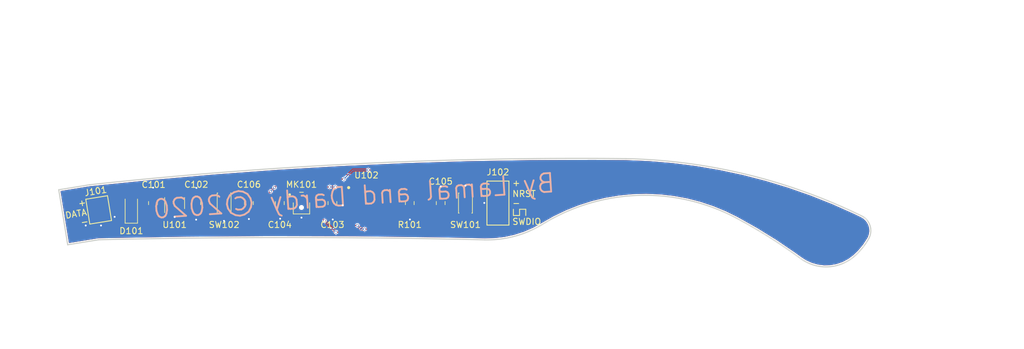
<source format=kicad_pcb>
(kicad_pcb (version 20171130) (host pcbnew "(5.1.9)-1")

  (general
    (thickness 1.6)
    (drawings 26)
    (tracks 159)
    (zones 0)
    (modules 15)
    (nets 36)
  )

  (page A4)
  (layers
    (0 F.Cu signal)
    (31 B.Cu signal)
    (32 B.Adhes user hide)
    (33 F.Adhes user hide)
    (34 B.Paste user)
    (35 F.Paste user)
    (36 B.SilkS user)
    (37 F.SilkS user)
    (38 B.Mask user)
    (39 F.Mask user)
    (40 Dwgs.User user hide)
    (41 Cmts.User user hide)
    (42 Eco1.User user hide)
    (43 Eco2.User user hide)
    (44 Edge.Cuts user)
    (45 Margin user hide)
    (46 B.CrtYd user hide)
    (47 F.CrtYd user hide)
    (48 B.Fab user hide)
    (49 F.Fab user hide)
  )

  (setup
    (last_trace_width 0.15)
    (trace_clearance 0.15)
    (zone_clearance 0.15)
    (zone_45_only no)
    (trace_min 0.15)
    (via_size 0.45)
    (via_drill 0.3)
    (via_min_size 0.45)
    (via_min_drill 0.3)
    (uvia_size 0.5)
    (uvia_drill 0.3)
    (uvias_allowed no)
    (uvia_min_size 0.2)
    (uvia_min_drill 0.1)
    (edge_width 0.15)
    (segment_width 0.15)
    (pcb_text_width 0.3)
    (pcb_text_size 1.5 1.5)
    (mod_edge_width 0.15)
    (mod_text_size 1 1)
    (mod_text_width 0.15)
    (pad_size 1.524 1.524)
    (pad_drill 0.762)
    (pad_to_mask_clearance 0.051)
    (solder_mask_min_width 0.25)
    (aux_axis_origin 0 0)
    (visible_elements 7FFFFFFF)
    (pcbplotparams
      (layerselection 0x010fc_ffffffff)
      (usegerberextensions true)
      (usegerberattributes false)
      (usegerberadvancedattributes false)
      (creategerberjobfile false)
      (excludeedgelayer true)
      (linewidth 0.100000)
      (plotframeref false)
      (viasonmask false)
      (mode 1)
      (useauxorigin false)
      (hpglpennumber 1)
      (hpglpenspeed 20)
      (hpglpendiameter 15.000000)
      (psnegative false)
      (psa4output false)
      (plotreference true)
      (plotvalue true)
      (plotinvisibletext false)
      (padsonsilk false)
      (subtractmaskfromsilk false)
      (outputformat 1)
      (mirror false)
      (drillshape 0)
      (scaleselection 1)
      (outputdirectory "gerbers/"))
  )

  (net 0 "")
  (net 1 /SWCLK)
  (net 2 GND)
  (net 3 "Net-(C101-Pad2)")
  (net 4 "Net-(U101-Pad4)")
  (net 5 +3V3)
  (net 6 "Net-(D101-Pad2)")
  (net 7 /NRST)
  (net 8 "Net-(U102-Pad2)")
  (net 9 "Net-(U102-Pad3)")
  (net 10 "Net-(U102-Pad7)")
  (net 11 "Net-(U102-Pad8)")
  (net 12 /LED_DATA)
  (net 13 "Net-(U102-Pad10)")
  (net 14 "Net-(U102-Pad11)")
  (net 15 /MIC_CLK)
  (net 16 /MIC_MISO)
  (net 17 "Net-(U102-Pad14)")
  (net 18 "Net-(U102-Pad15)")
  (net 19 "Net-(U102-Pad16)")
  (net 20 "Net-(U102-Pad17)")
  (net 21 "Net-(U102-Pad18)")
  (net 22 "Net-(U102-Pad19)")
  (net 23 "Net-(U102-Pad20)")
  (net 24 "Net-(U102-Pad21)")
  (net 25 "Net-(U102-Pad22)")
  (net 26 "Net-(U102-Pad23)")
  (net 27 /SWDIO)
  (net 28 "Net-(U102-Pad26)")
  (net 29 "Net-(U102-Pad27)")
  (net 30 "Net-(U102-Pad28)")
  (net 31 "Net-(U102-Pad29)")
  (net 32 "Net-(U102-Pad30)")
  (net 33 "Net-(U102-Pad32)")
  (net 34 "Net-(U102-Pad9)")
  (net 35 "Net-(C106-Pad1)")

  (net_class Default "This is the default net class."
    (clearance 0.15)
    (trace_width 0.15)
    (via_dia 0.45)
    (via_drill 0.3)
    (uvia_dia 0.5)
    (uvia_drill 0.3)
    (diff_pair_width 0.25)
    (diff_pair_gap 0.2)
    (add_net +3V3)
    (add_net /LED_DATA)
    (add_net /MIC_CLK)
    (add_net /MIC_MISO)
    (add_net /NRST)
    (add_net /SWCLK)
    (add_net /SWDIO)
    (add_net GND)
    (add_net "Net-(C101-Pad2)")
    (add_net "Net-(C106-Pad1)")
    (add_net "Net-(D101-Pad2)")
    (add_net "Net-(U101-Pad4)")
    (add_net "Net-(U102-Pad10)")
    (add_net "Net-(U102-Pad11)")
    (add_net "Net-(U102-Pad14)")
    (add_net "Net-(U102-Pad15)")
    (add_net "Net-(U102-Pad16)")
    (add_net "Net-(U102-Pad17)")
    (add_net "Net-(U102-Pad18)")
    (add_net "Net-(U102-Pad19)")
    (add_net "Net-(U102-Pad2)")
    (add_net "Net-(U102-Pad20)")
    (add_net "Net-(U102-Pad21)")
    (add_net "Net-(U102-Pad22)")
    (add_net "Net-(U102-Pad23)")
    (add_net "Net-(U102-Pad26)")
    (add_net "Net-(U102-Pad27)")
    (add_net "Net-(U102-Pad28)")
    (add_net "Net-(U102-Pad29)")
    (add_net "Net-(U102-Pad3)")
    (add_net "Net-(U102-Pad30)")
    (add_net "Net-(U102-Pad32)")
    (add_net "Net-(U102-Pad7)")
    (add_net "Net-(U102-Pad8)")
    (add_net "Net-(U102-Pad9)")
  )

  (module Button_Switch_SMD:SW_SPST_CK_KXT3 (layer F.Cu) (tedit 5EBD3986) (tstamp 5EBD3DA1)
    (at 107 92 90)
    (descr https://www.ckswitches.com/media/1465/kxt3.pdf)
    (tags "Switch SPST KXT3")
    (path /5EBD3A8E)
    (attr smd)
    (fp_text reference SW102 (at -3.5 0 180) (layer F.SilkS)
      (effects (font (size 1 1) (thickness 0.15)))
    )
    (fp_text value "Push Button" (at 0 2 90) (layer F.Fab)
      (effects (font (size 1 1) (thickness 0.15)))
    )
    (fp_line (start -2.15 -1.25) (end -2.15 1.25) (layer F.CrtYd) (width 0.05))
    (fp_line (start -2.15 1.25) (end 2.15 1.25) (layer F.CrtYd) (width 0.05))
    (fp_line (start 2.15 -1.25) (end 2.15 1.25) (layer F.CrtYd) (width 0.05))
    (fp_line (start -2.15 -1.25) (end 2.15 -1.25) (layer F.CrtYd) (width 0.05))
    (fp_line (start -1.62 1.02) (end -1.62 1.12) (layer F.SilkS) (width 0.12))
    (fp_line (start 1.62 1.02) (end 1.62 1.12) (layer F.SilkS) (width 0.12))
    (fp_line (start -1.62 1.12) (end 1.62 1.12) (layer F.SilkS) (width 0.12))
    (fp_line (start -1.62 -1.12) (end -1.62 -1.02) (layer F.SilkS) (width 0.12))
    (fp_line (start 1.62 -1.12) (end 1.62 -1.02) (layer F.SilkS) (width 0.12))
    (fp_line (start -1.62 -1.12) (end 1.62 -1.12) (layer F.SilkS) (width 0.12))
    (fp_line (start -1.75 0.65) (end -1.5 0.65) (layer F.Fab) (width 0.1))
    (fp_line (start -1.75 0.4) (end -1.75 0.65) (layer F.Fab) (width 0.1))
    (fp_line (start -1.5 0.15) (end -1.75 0.4) (layer F.Fab) (width 0.1))
    (fp_line (start -1.75 -0.4) (end -1.5 -0.15) (layer F.Fab) (width 0.1))
    (fp_line (start -1.75 -0.65) (end -1.75 -0.4) (layer F.Fab) (width 0.1))
    (fp_line (start -1.5 -0.65) (end -1.75 -0.65) (layer F.Fab) (width 0.1))
    (fp_line (start 1.75 0.65) (end 1.5 0.65) (layer F.Fab) (width 0.1))
    (fp_line (start 1.75 0.4) (end 1.75 0.65) (layer F.Fab) (width 0.1))
    (fp_line (start 1.5 0.15) (end 1.75 0.4) (layer F.Fab) (width 0.1))
    (fp_line (start 1.75 -0.4) (end 1.5 -0.15) (layer F.Fab) (width 0.1))
    (fp_line (start 1.75 -0.65) (end 1.75 -0.4) (layer F.Fab) (width 0.1))
    (fp_line (start 1.5 -0.65) (end 1.75 -0.65) (layer F.Fab) (width 0.1))
    (fp_line (start -1.5 1) (end -1.5 -1) (layer F.Fab) (width 0.1))
    (fp_line (start 1.5 1) (end -1.5 1) (layer F.Fab) (width 0.1))
    (fp_line (start 1.5 -1) (end 1.5 1) (layer F.Fab) (width 0.1))
    (fp_line (start -1.5 -1) (end 1.5 -1) (layer F.Fab) (width 0.1))
    (fp_text user %R (at 0 0 90) (layer F.Fab)
      (effects (font (size 0.5 0.5) (thickness 0.075)))
    )
    (pad 1 smd rect (at -1.625 0 90) (size 0.55 1.5) (layers F.Cu F.Paste F.Mask)
      (net 2 GND))
    (pad 2 smd rect (at 1.625 0 90) (size 0.55 1.5) (layers F.Cu F.Paste F.Mask)
      (net 35 "Net-(C106-Pad1)"))
    (model ${KISYS3DMOD}/Button_Switch_SMD.3dshapes/SW_SPST_CK_KXT3.wrl
      (at (xyz 0 0 0))
      (scale (xyz 1 1 1))
      (rotate (xyz 0 0 0))
    )
  )

  (module Capacitor_SMD:C_0805_2012Metric_Pad1.15x1.40mm_HandSolder (layer F.Cu) (tedit 5EBD398B) (tstamp 5EBD3D40)
    (at 111 92 270)
    (descr "Capacitor SMD 0805 (2012 Metric), square (rectangular) end terminal, IPC_7351 nominal with elongated pad for handsoldering. (Body size source: https://docs.google.com/spreadsheets/d/1BsfQQcO9C6DZCsRaXUlFlo91Tg2WpOkGARC1WS5S8t0/edit?usp=sharing), generated with kicad-footprint-generator")
    (tags "capacitor handsolder")
    (path /5EBD3A85)
    (attr smd)
    (fp_text reference C106 (at -3 0) (layer F.SilkS)
      (effects (font (size 1 1) (thickness 0.15)))
    )
    (fp_text value "100n, 25V" (at 0 1.65 270) (layer F.Fab)
      (effects (font (size 1 1) (thickness 0.15)))
    )
    (fp_line (start 1.85 0.95) (end -1.85 0.95) (layer F.CrtYd) (width 0.05))
    (fp_line (start 1.85 -0.95) (end 1.85 0.95) (layer F.CrtYd) (width 0.05))
    (fp_line (start -1.85 -0.95) (end 1.85 -0.95) (layer F.CrtYd) (width 0.05))
    (fp_line (start -1.85 0.95) (end -1.85 -0.95) (layer F.CrtYd) (width 0.05))
    (fp_line (start -0.261252 0.71) (end 0.261252 0.71) (layer F.SilkS) (width 0.12))
    (fp_line (start -0.261252 -0.71) (end 0.261252 -0.71) (layer F.SilkS) (width 0.12))
    (fp_line (start 1 0.6) (end -1 0.6) (layer F.Fab) (width 0.1))
    (fp_line (start 1 -0.6) (end 1 0.6) (layer F.Fab) (width 0.1))
    (fp_line (start -1 -0.6) (end 1 -0.6) (layer F.Fab) (width 0.1))
    (fp_line (start -1 0.6) (end -1 -0.6) (layer F.Fab) (width 0.1))
    (fp_text user %R (at 0 0 270) (layer F.Fab)
      (effects (font (size 0.5 0.5) (thickness 0.08)))
    )
    (pad 1 smd roundrect (at -1.025 0 270) (size 1.15 1.4) (layers F.Cu F.Paste F.Mask) (roundrect_rratio 0.217391)
      (net 35 "Net-(C106-Pad1)"))
    (pad 2 smd roundrect (at 1.025 0 270) (size 1.15 1.4) (layers F.Cu F.Paste F.Mask) (roundrect_rratio 0.217391)
      (net 2 GND))
    (model ${KISYS3DMOD}/Capacitor_SMD.3dshapes/C_0805_2012Metric.wrl
      (at (xyz 0 0 0))
      (scale (xyz 1 1 1))
      (rotate (xyz 0 0 0))
    )
  )

  (module Button_Switch_SMD:SW_SPST_CK_KXT3 (layer F.Cu) (tedit 5B0768E8) (tstamp 5EBA9565)
    (at 146 92 270)
    (descr https://www.ckswitches.com/media/1465/kxt3.pdf)
    (tags "Switch SPST KXT3")
    (path /5E81D560)
    (attr smd)
    (fp_text reference SW101 (at 3.5 0) (layer F.SilkS)
      (effects (font (size 1 1) (thickness 0.15)))
    )
    (fp_text value "Push Button" (at 0 2 270) (layer F.Fab)
      (effects (font (size 1 1) (thickness 0.15)))
    )
    (fp_line (start -2.15 -1.25) (end -2.15 1.25) (layer F.CrtYd) (width 0.05))
    (fp_line (start -2.15 1.25) (end 2.15 1.25) (layer F.CrtYd) (width 0.05))
    (fp_line (start 2.15 -1.25) (end 2.15 1.25) (layer F.CrtYd) (width 0.05))
    (fp_line (start -2.15 -1.25) (end 2.15 -1.25) (layer F.CrtYd) (width 0.05))
    (fp_line (start -1.62 1.02) (end -1.62 1.12) (layer F.SilkS) (width 0.12))
    (fp_line (start 1.62 1.02) (end 1.62 1.12) (layer F.SilkS) (width 0.12))
    (fp_line (start -1.62 1.12) (end 1.62 1.12) (layer F.SilkS) (width 0.12))
    (fp_line (start -1.62 -1.12) (end -1.62 -1.02) (layer F.SilkS) (width 0.12))
    (fp_line (start 1.62 -1.12) (end 1.62 -1.02) (layer F.SilkS) (width 0.12))
    (fp_line (start -1.62 -1.12) (end 1.62 -1.12) (layer F.SilkS) (width 0.12))
    (fp_line (start -1.75 0.65) (end -1.5 0.65) (layer F.Fab) (width 0.1))
    (fp_line (start -1.75 0.4) (end -1.75 0.65) (layer F.Fab) (width 0.1))
    (fp_line (start -1.5 0.15) (end -1.75 0.4) (layer F.Fab) (width 0.1))
    (fp_line (start -1.75 -0.4) (end -1.5 -0.15) (layer F.Fab) (width 0.1))
    (fp_line (start -1.75 -0.65) (end -1.75 -0.4) (layer F.Fab) (width 0.1))
    (fp_line (start -1.5 -0.65) (end -1.75 -0.65) (layer F.Fab) (width 0.1))
    (fp_line (start 1.75 0.65) (end 1.5 0.65) (layer F.Fab) (width 0.1))
    (fp_line (start 1.75 0.4) (end 1.75 0.65) (layer F.Fab) (width 0.1))
    (fp_line (start 1.5 0.15) (end 1.75 0.4) (layer F.Fab) (width 0.1))
    (fp_line (start 1.75 -0.4) (end 1.5 -0.15) (layer F.Fab) (width 0.1))
    (fp_line (start 1.75 -0.65) (end 1.75 -0.4) (layer F.Fab) (width 0.1))
    (fp_line (start 1.5 -0.65) (end 1.75 -0.65) (layer F.Fab) (width 0.1))
    (fp_line (start -1.5 1) (end -1.5 -1) (layer F.Fab) (width 0.1))
    (fp_line (start 1.5 1) (end -1.5 1) (layer F.Fab) (width 0.1))
    (fp_line (start 1.5 -1) (end 1.5 1) (layer F.Fab) (width 0.1))
    (fp_line (start -1.5 -1) (end 1.5 -1) (layer F.Fab) (width 0.1))
    (fp_text user %R (at 0 0 270) (layer F.Fab)
      (effects (font (size 0.5 0.5) (thickness 0.075)))
    )
    (pad 1 smd rect (at -1.625 0 270) (size 0.55 1.5) (layers F.Cu F.Paste F.Mask)
      (net 2 GND))
    (pad 2 smd rect (at 1.625 0 270) (size 0.55 1.5) (layers F.Cu F.Paste F.Mask)
      (net 7 /NRST))
    (model ${KISYS3DMOD}/Button_Switch_SMD.3dshapes/SW_SPST_CK_KXT3.wrl
      (at (xyz 0 0 0))
      (scale (xyz 1 1 1))
      (rotate (xyz 0 0 0))
    )
  )

  (module misc-footprints:PinHeader_1x05_P1.00mm_Vertical_SMD_Pin1Left_CUSTOM (layer F.Cu) (tedit 5EAE5AD0) (tstamp 5EBD500A)
    (at 151.25 90.984)
    (descr "surface-mounted straight pin header, 1x03, 1.00mm pitch, single row, style 1 (pin 1 left)")
    (tags "Surface mounted pin header SMD 1x03 1.00mm single row style1 pin1 left")
    (path /5E8495CE)
    (attr smd)
    (fp_text reference J102 (at 0 -3.984) (layer F.SilkS)
      (effects (font (size 1 1) (thickness 0.15)))
    )
    (fp_text value SWD (at 0 6.096) (layer F.Fab)
      (effects (font (size 1 1) (thickness 0.15)))
    )
    (fp_line (start -1.778 -2.54) (end -1.778 4.572) (layer F.SilkS) (width 0.15))
    (fp_line (start -1.778 4.572) (end 1.778 4.572) (layer F.SilkS) (width 0.15))
    (fp_line (start 1.778 4.572) (end 1.778 -2.54) (layer F.SilkS) (width 0.15))
    (fp_line (start 1.778 -2.54) (end -1.778 -2.54) (layer F.SilkS) (width 0.15))
    (pad 5 smd rect (at 0 4.064) (size 3 0.6) (layers F.Cu F.Paste F.Mask)
      (net 27 /SWDIO))
    (pad 4 smd rect (at 0 2.54) (size 3 0.6) (layers F.Cu F.Paste F.Mask)
      (net 1 /SWCLK))
    (pad 2 smd rect (at 0 -0.508) (size 3 0.6) (layers F.Cu F.Paste F.Mask)
      (net 7 /NRST))
    (pad 3 smd rect (at 0 1.016) (size 3 0.6) (layers F.Cu F.Paste F.Mask)
      (net 2 GND))
    (pad 1 smd rect (at 0 -2.032) (size 3 0.6) (layers F.Cu F.Paste F.Mask)
      (net 5 +3V3))
    (model ${KISYS3DMOD}/Connector_PinHeader_1.00mm.3dshapes/PinHeader_1x03_P1.00mm_Vertical_SMD_Pin1Left.wrl
      (at (xyz 0 0 0))
      (scale (xyz 1 1 1))
      (rotate (xyz 0 0 0))
    )
  )

  (module misc-footprints:MIC_SPH0641LM4H-1 (layer F.Cu) (tedit 5EBD3990) (tstamp 5EBD4D9C)
    (at 119.5 92)
    (path /5E81E214)
    (fp_text reference MK101 (at 0 -3) (layer F.SilkS)
      (effects (font (size 1 1) (thickness 0.15)))
    )
    (fp_text value SPH0641LM4H-1 (at 3.69501 2.4541) (layer F.Fab)
      (effects (font (size 0.481748 0.481748) (thickness 0.015)))
    )
    (fp_circle (center -1.9 -1.377) (end -1.8 -1.377) (layer F.SilkS) (width 0.2))
    (fp_line (start -1.325 -1.75) (end -1.325 1.75) (layer F.Fab) (width 0.127))
    (fp_line (start 1.325 1.75) (end 1.325 -1.75) (layer F.Fab) (width 0.127))
    (fp_line (start 1.325 -1.75) (end -1.325 -1.75) (layer F.Fab) (width 0.127))
    (fp_line (start -1.575 -2) (end -1.575 2) (layer F.CrtYd) (width 0.05))
    (fp_line (start -1.575 2) (end 1.575 2) (layer F.CrtYd) (width 0.05))
    (fp_line (start 1.575 2) (end 1.575 -2) (layer F.CrtYd) (width 0.05))
    (fp_line (start 1.575 -2) (end -1.575 -2) (layer F.CrtYd) (width 0.05))
    (fp_circle (center 0 0.71) (end 0.6625 0.71) (layer F.Cu) (width 0.3))
    (fp_poly (pts (xy 0.426384 0.425034) (xy 0.438384 0.442889) (xy 0.448981 0.460182) (xy 0.458865 0.477892)
      (xy 0.468021 0.49599) (xy 0.476431 0.514445) (xy 0.484083 0.533228) (xy 0.490965 0.552306)
      (xy 0.497063 0.571649) (xy 0.50237 0.591224) (xy 0.506875 0.610999) (xy 0.510571 0.630941)
      (xy 0.513452 0.651017) (xy 0.515513 0.671194) (xy 0.516751 0.691438) (xy 0.517164 0.711715)
      (xy 0.516751 0.731992) (xy 0.515513 0.752236) (xy 0.513452 0.772413) (xy 0.510571 0.792489)
      (xy 0.506875 0.812431) (xy 0.50237 0.832206) (xy 0.497063 0.851781) (xy 0.490965 0.871124)
      (xy 0.484083 0.890202) (xy 0.476431 0.908985) (xy 0.468021 0.92744) (xy 0.458865 0.945538)
      (xy 0.448981 0.963248) (xy 0.438384 0.980541) (xy 0.427797 0.996378) (xy 0.639931 1.20851)
      (xy 0.661342 1.17982) (xy 0.681464 1.150211) (xy 0.700257 1.119743) (xy 0.717686 1.088473)
      (xy 0.733715 1.056463) (xy 0.748314 1.023776) (xy 0.761453 0.990476) (xy 0.773108 0.956628)
      (xy 0.783256 0.922298) (xy 0.791876 0.887552) (xy 0.798951 0.85246) (xy 0.804469 0.817089)
      (xy 0.808418 0.781508) (xy 0.810791 0.745788) (xy 0.811582 0.709999) (xy 0.810791 0.674209)
      (xy 0.808418 0.638489) (xy 0.804469 0.602908) (xy 0.798951 0.567537) (xy 0.791876 0.532445)
      (xy 0.783256 0.497699) (xy 0.773108 0.463369) (xy 0.761453 0.429521) (xy 0.748314 0.396221)
      (xy 0.733715 0.363534) (xy 0.717686 0.331524) (xy 0.700257 0.300254) (xy 0.681464 0.269786)
      (xy 0.661342 0.240177) (xy 0.639931 0.211487) (xy 0.426384 0.425034)) (layer F.Paste) (width 0.001))
    (fp_poly (pts (xy -0.285669 0.282906) (xy -0.269347 0.27198) (xy -0.252076 0.261397) (xy -0.234388 0.251525)
      (xy -0.216313 0.242381) (xy -0.197881 0.233981) (xy -0.179121 0.226338) (xy -0.160067 0.219466)
      (xy -0.140748 0.213374) (xy -0.121197 0.208075) (xy -0.101447 0.203575) (xy -0.08153 0.199884)
      (xy -0.061479 0.197007) (xy -0.041328 0.194948) (xy -0.021109 0.193711) (xy -0.000857 0.193299)
      (xy 0.019395 0.193711) (xy 0.039613 0.194948) (xy 0.059765 0.197007) (xy 0.079816 0.199884)
      (xy 0.099733 0.203575) (xy 0.119483 0.208075) (xy 0.139034 0.213374) (xy 0.158352 0.219466)
      (xy 0.177407 0.226338) (xy 0.196166 0.233981) (xy 0.214599 0.242381) (xy 0.232674 0.251525)
      (xy 0.250362 0.261397) (xy 0.267633 0.27198) (xy 0.284963 0.283612) (xy 0.498509 0.070066)
      (xy 0.469819 0.048655) (xy 0.440211 0.028533) (xy 0.409742 0.00974) (xy 0.378472 -0.007689)
      (xy 0.346463 -0.023718) (xy 0.313776 -0.038316) (xy 0.280476 -0.051456) (xy 0.246628 -0.063111)
      (xy 0.212298 -0.073258) (xy 0.177553 -0.081878) (xy 0.14246 -0.088954) (xy 0.10709 -0.094472)
      (xy 0.07151 -0.098421) (xy 0.03579 -0.100793) (xy 0 -0.101585) (xy -0.03579 -0.100793)
      (xy -0.07151 -0.098421) (xy -0.10709 -0.094472) (xy -0.14246 -0.088954) (xy -0.177553 -0.081878)
      (xy -0.212298 -0.073258) (xy -0.246628 -0.063111) (xy -0.280476 -0.051456) (xy -0.313776 -0.038316)
      (xy -0.346463 -0.023718) (xy -0.378472 -0.007689) (xy -0.409742 0.00974) (xy -0.440211 0.028533)
      (xy -0.469819 0.048655) (xy -0.498509 0.070066) (xy -0.285669 0.282906)) (layer F.Paste) (width 0.001))
    (fp_poly (pts (xy -0.426384 0.994962) (xy -0.438016 0.977631) (xy -0.4486 0.96036) (xy -0.458472 0.942672)
      (xy -0.467616 0.924597) (xy -0.476016 0.906164) (xy -0.483659 0.887405) (xy -0.490531 0.86835)
      (xy -0.496622 0.849031) (xy -0.501922 0.829481) (xy -0.506421 0.80973) (xy -0.510113 0.789813)
      (xy -0.51299 0.769762) (xy -0.515049 0.749611) (xy -0.516286 0.729392) (xy -0.516698 0.70914)
      (xy -0.516286 0.688888) (xy -0.515049 0.668669) (xy -0.51299 0.648518) (xy -0.510113 0.628467)
      (xy -0.506421 0.60855) (xy -0.501922 0.5888) (xy -0.496622 0.569249) (xy -0.490531 0.54993)
      (xy -0.483659 0.530875) (xy -0.476016 0.512116) (xy -0.467616 0.493684) (xy -0.458472 0.475608)
      (xy -0.4486 0.45792) (xy -0.438016 0.440649) (xy -0.427091 0.424328) (xy -0.639931 0.211487)
      (xy -0.661342 0.240177) (xy -0.681464 0.269786) (xy -0.700257 0.300254) (xy -0.717686 0.331524)
      (xy -0.733715 0.363534) (xy -0.748314 0.396221) (xy -0.761453 0.429521) (xy -0.773108 0.463369)
      (xy -0.783256 0.497699) (xy -0.791876 0.532445) (xy -0.798951 0.567537) (xy -0.804469 0.602908)
      (xy -0.808418 0.638489) (xy -0.810791 0.674209) (xy -0.811582 0.709999) (xy -0.810791 0.745788)
      (xy -0.808418 0.781508) (xy -0.804469 0.817089) (xy -0.798951 0.85246) (xy -0.791876 0.887552)
      (xy -0.783256 0.922298) (xy -0.773108 0.956628) (xy -0.761453 0.990476) (xy -0.748314 1.023776)
      (xy -0.733715 1.056463) (xy -0.717686 1.088473) (xy -0.700257 1.119743) (xy -0.681464 1.150211)
      (xy -0.661342 1.17982) (xy -0.639931 1.20851) (xy -0.426384 0.994962)) (layer F.Paste) (width 0.001))
    (fp_poly (pts (xy 0.286378 1.1378) (xy 0.270546 1.148384) (xy 0.253253 1.158981) (xy 0.235543 1.168865)
      (xy 0.217446 1.17802) (xy 0.19899 1.18643) (xy 0.180208 1.194083) (xy 0.161129 1.200964)
      (xy 0.141786 1.207063) (xy 0.122211 1.212369) (xy 0.102437 1.216874) (xy 0.082495 1.22057)
      (xy 0.062419 1.223451) (xy 0.042242 1.225512) (xy 0.021999 1.22675) (xy 0.001721 1.227163)
      (xy -0.018556 1.22675) (xy -0.038799 1.225512) (xy -0.058976 1.223451) (xy -0.079052 1.22057)
      (xy -0.098994 1.216874) (xy -0.118768 1.212369) (xy -0.138343 1.207063) (xy -0.157686 1.200964)
      (xy -0.176765 1.194083) (xy -0.195547 1.18643) (xy -0.214003 1.17802) (xy -0.2321 1.168865)
      (xy -0.24981 1.158981) (xy -0.267103 1.148384) (xy -0.284963 1.13638) (xy -0.498509 1.34993)
      (xy -0.469819 1.371341) (xy -0.440211 1.391463) (xy -0.409742 1.410256) (xy -0.378472 1.427684)
      (xy -0.346463 1.443713) (xy -0.313776 1.458312) (xy -0.280476 1.471452) (xy -0.246628 1.483106)
      (xy -0.212298 1.493254) (xy -0.177553 1.501874) (xy -0.14246 1.50895) (xy -0.10709 1.514468)
      (xy -0.07151 1.518417) (xy -0.03579 1.520789) (xy 0 1.52158) (xy 0.03579 1.520789)
      (xy 0.07151 1.518417) (xy 0.10709 1.514468) (xy 0.14246 1.50895) (xy 0.177553 1.501874)
      (xy 0.212298 1.493254) (xy 0.246628 1.483106) (xy 0.280476 1.471452) (xy 0.313776 1.458312)
      (xy 0.346463 1.443713) (xy 0.378472 1.427684) (xy 0.409742 1.410256) (xy 0.440211 1.391463)
      (xy 0.469819 1.371341) (xy 0.498509 1.34993) (xy 0.286378 1.1378)) (layer F.Paste) (width 0.001))
    (fp_line (start -1.325 1.75) (end 1.325 1.75) (layer F.Fab) (width 0.127))
    (fp_line (start -1.325 -0.05) (end -1.325 1.75) (layer F.SilkS) (width 0.127))
    (fp_line (start -1.325 1.75) (end 1.325 1.75) (layer F.SilkS) (width 0.127))
    (fp_line (start 1.325 1.75) (end 1.325 -0.05) (layer F.SilkS) (width 0.127))
    (fp_circle (center 0 0.7) (end 0.6625 0.7) (layer F.Mask) (width 0.5))
    (fp_circle (center -1.9 -1.377) (end -1.8 -1.377) (layer F.Fab) (width 0.2))
    (fp_line (start 0.3 -1.75) (end -0.3 -1.75) (layer F.SilkS) (width 0.127))
    (pad None np_thru_hole circle (at 0 0.71) (size 0.5 0.5) (drill 0.5) (layers *.Cu *.Mask))
    (pad 3 smd rect (at -0.6575 0.715) (size 0.1 0.1) (layers F.Cu)
      (net 2 GND))
    (pad 4 smd rect (at 0.8375 -0.542) (size 0.725 0.522) (layers F.Cu F.Paste F.Mask)
      (net 15 /MIC_CLK))
    (pad 5 smd rect (at 0.8375 -1.364) (size 0.725 0.522) (layers F.Cu F.Paste F.Mask)
      (net 5 +3V3))
    (pad 2 smd rect (at -0.8375 -0.542) (size 0.725 0.522) (layers F.Cu F.Paste F.Mask)
      (net 5 +3V3))
    (pad 1 smd rect (at -0.8375 -1.364) (size 0.725 0.522) (layers F.Cu F.Paste F.Mask)
      (net 16 /MIC_MISO))
  )

  (module misc-footprints:PinHeader_1x03_P1.00mm_Vertical_SMD_Pin1Left_CUSTOM (layer F.Cu) (tedit 5EBD397C) (tstamp 5EB8CA42)
    (at 86.8 93.6 9.25)
    (descr "surface-mounted straight pin header, 1x03, 1.00mm pitch, single row, style 1 (pin 1 left)")
    (tags "Surface mounted pin header SMD 1x03 1.00mm single row style1 pin1 left")
    (path /5E844BA7)
    (attr smd)
    (fp_text reference J101 (at 0 -3.556 9.25) (layer F.SilkS)
      (effects (font (size 1 1) (thickness 0.15)))
    )
    (fp_text value "Front Connector" (at 0 2.56 9.25) (layer F.Fab)
      (effects (font (size 1 1) (thickness 0.15)))
    )
    (fp_line (start -1.778 -2.54) (end -1.778 1.524) (layer F.SilkS) (width 0.15))
    (fp_line (start -1.778 1.524) (end 1.778 1.524) (layer F.SilkS) (width 0.15))
    (fp_line (start 1.778 1.524) (end 1.778 -2.54) (layer F.SilkS) (width 0.15))
    (fp_line (start 1.778 -2.54) (end -1.778 -2.54) (layer F.SilkS) (width 0.15))
    (pad 2 smd rect (at 0 -0.508 9.25) (size 3 0.6) (layers F.Cu F.Paste F.Mask)
      (net 12 /LED_DATA))
    (pad 3 smd rect (at 0 1.016 9.25) (size 3 0.6) (layers F.Cu F.Paste F.Mask)
      (net 2 GND))
    (pad 1 smd rect (at 0.000001 -2.032 9.25) (size 3 0.6) (layers F.Cu F.Paste F.Mask)
      (net 6 "Net-(D101-Pad2)"))
    (model ${KISYS3DMOD}/Connector_PinHeader_1.00mm.3dshapes/PinHeader_1x03_P1.00mm_Vertical_SMD_Pin1Left.wrl
      (at (xyz 0 0 0))
      (scale (xyz 1 1 1))
      (rotate (xyz 0 0 0))
    )
  )

  (module misc-footprints:QFN50P500X500X60-33N-D (layer F.Cu) (tedit 5EBD3997) (tstamp 5EB75BD6)
    (at 130 92)
    (descr STM32G071KBU6)
    (tags "Integrated Circuit")
    (path /5E81D115)
    (attr smd)
    (fp_text reference U102 (at 0 -4.5) (layer F.SilkS)
      (effects (font (size 1 1) (thickness 0.15)))
    )
    (fp_text value STM32G071KBU6 (at 1.6 -4.6) (layer Dwgs.User) hide
      (effects (font (size 1.27 1.27) (thickness 0.254)))
    )
    (fp_circle (center -2.875 -2.5) (end -2.875 -2.375) (layer F.SilkS) (width 0.25))
    (fp_line (start -2.5 -2) (end -2 -2.5) (layer F.Fab) (width 0.1))
    (fp_line (start -2.5 2.5) (end -2.5 -2.5) (layer F.Fab) (width 0.1))
    (fp_line (start 2.5 2.5) (end -2.5 2.5) (layer F.Fab) (width 0.1))
    (fp_line (start 2.5 -2.5) (end 2.5 2.5) (layer F.Fab) (width 0.1))
    (fp_line (start -2.5 -2.5) (end 2.5 -2.5) (layer F.Fab) (width 0.1))
    (fp_line (start -3.125 3.125) (end -3.125 -3.125) (layer F.CrtYd) (width 0.05))
    (fp_line (start 3.125 3.125) (end -3.125 3.125) (layer F.CrtYd) (width 0.05))
    (fp_line (start 3.125 -3.125) (end 3.125 3.125) (layer F.CrtYd) (width 0.05))
    (fp_line (start -3.125 -3.125) (end 3.125 -3.125) (layer F.CrtYd) (width 0.05))
    (fp_text user %R (at 0 -0.6016) (layer F.Fab)
      (effects (font (size 1.27 1.27) (thickness 0.254)))
    )
    (pad 1 smd rect (at -2.45 -1.75 90) (size 0.25 0.85) (layers F.Cu F.Paste F.Mask)
      (net 35 "Net-(C106-Pad1)"))
    (pad 2 smd rect (at -2.45 -1.25 90) (size 0.25 0.85) (layers F.Cu F.Paste F.Mask)
      (net 8 "Net-(U102-Pad2)"))
    (pad 3 smd rect (at -2.45 -0.75 90) (size 0.25 0.85) (layers F.Cu F.Paste F.Mask)
      (net 9 "Net-(U102-Pad3)"))
    (pad 4 smd rect (at -2.45 -0.25 90) (size 0.25 0.85) (layers F.Cu F.Paste F.Mask)
      (net 5 +3V3))
    (pad 5 smd rect (at -2.45 0.25 90) (size 0.25 0.85) (layers F.Cu F.Paste F.Mask)
      (net 2 GND))
    (pad 6 smd rect (at -2.45 0.75 90) (size 0.25 0.85) (layers F.Cu F.Paste F.Mask)
      (net 7 /NRST))
    (pad 7 smd rect (at -2.45 1.25 90) (size 0.25 0.85) (layers F.Cu F.Paste F.Mask)
      (net 10 "Net-(U102-Pad7)"))
    (pad 8 smd rect (at -2.45 1.75 90) (size 0.25 0.85) (layers F.Cu F.Paste F.Mask)
      (net 11 "Net-(U102-Pad8)"))
    (pad 9 smd rect (at -1.75 2.45) (size 0.25 0.85) (layers F.Cu F.Paste F.Mask)
      (net 34 "Net-(U102-Pad9)"))
    (pad 10 smd rect (at -1.25 2.45) (size 0.25 0.85) (layers F.Cu F.Paste F.Mask)
      (net 13 "Net-(U102-Pad10)"))
    (pad 11 smd rect (at -0.75 2.45) (size 0.25 0.85) (layers F.Cu F.Paste F.Mask)
      (net 14 "Net-(U102-Pad11)"))
    (pad 12 smd rect (at -0.25 2.45) (size 0.25 0.85) (layers F.Cu F.Paste F.Mask)
      (net 15 /MIC_CLK))
    (pad 13 smd rect (at 0.25 2.45) (size 0.25 0.85) (layers F.Cu F.Paste F.Mask)
      (net 16 /MIC_MISO))
    (pad 14 smd rect (at 0.75 2.45) (size 0.25 0.85) (layers F.Cu F.Paste F.Mask)
      (net 17 "Net-(U102-Pad14)"))
    (pad 15 smd rect (at 1.25 2.45) (size 0.25 0.85) (layers F.Cu F.Paste F.Mask)
      (net 18 "Net-(U102-Pad15)"))
    (pad 16 smd rect (at 1.75 2.45) (size 0.25 0.85) (layers F.Cu F.Paste F.Mask)
      (net 19 "Net-(U102-Pad16)"))
    (pad 17 smd rect (at 2.45 1.75 90) (size 0.25 0.85) (layers F.Cu F.Paste F.Mask)
      (net 20 "Net-(U102-Pad17)"))
    (pad 18 smd rect (at 2.45 1.25 90) (size 0.25 0.85) (layers F.Cu F.Paste F.Mask)
      (net 21 "Net-(U102-Pad18)"))
    (pad 19 smd rect (at 2.45 0.75 90) (size 0.25 0.85) (layers F.Cu F.Paste F.Mask)
      (net 22 "Net-(U102-Pad19)"))
    (pad 20 smd rect (at 2.45 0.25 90) (size 0.25 0.85) (layers F.Cu F.Paste F.Mask)
      (net 23 "Net-(U102-Pad20)"))
    (pad 21 smd rect (at 2.45 -0.25 90) (size 0.25 0.85) (layers F.Cu F.Paste F.Mask)
      (net 24 "Net-(U102-Pad21)"))
    (pad 22 smd rect (at 2.45 -0.75 90) (size 0.25 0.85) (layers F.Cu F.Paste F.Mask)
      (net 25 "Net-(U102-Pad22)"))
    (pad 23 smd rect (at 2.45 -1.25 90) (size 0.25 0.85) (layers F.Cu F.Paste F.Mask)
      (net 26 "Net-(U102-Pad23)"))
    (pad 24 smd rect (at 2.45 -1.75 90) (size 0.25 0.85) (layers F.Cu F.Paste F.Mask)
      (net 27 /SWDIO))
    (pad 25 smd rect (at 1.75 -2.45) (size 0.25 0.85) (layers F.Cu F.Paste F.Mask)
      (net 1 /SWCLK))
    (pad 26 smd rect (at 1.25 -2.45) (size 0.25 0.85) (layers F.Cu F.Paste F.Mask)
      (net 28 "Net-(U102-Pad26)"))
    (pad 27 smd rect (at 0.75 -2.45) (size 0.25 0.85) (layers F.Cu F.Paste F.Mask)
      (net 29 "Net-(U102-Pad27)"))
    (pad 28 smd rect (at 0.25 -2.45) (size 0.25 0.85) (layers F.Cu F.Paste F.Mask)
      (net 30 "Net-(U102-Pad28)"))
    (pad 29 smd rect (at -0.25 -2.45) (size 0.25 0.85) (layers F.Cu F.Paste F.Mask)
      (net 31 "Net-(U102-Pad29)"))
    (pad 30 smd rect (at -0.75 -2.45) (size 0.25 0.85) (layers F.Cu F.Paste F.Mask)
      (net 32 "Net-(U102-Pad30)"))
    (pad 31 smd rect (at -1.25 -2.45) (size 0.25 0.85) (layers F.Cu F.Paste F.Mask)
      (net 12 /LED_DATA))
    (pad 32 smd rect (at -1.75 -2.45) (size 0.25 0.85) (layers F.Cu F.Paste F.Mask)
      (net 33 "Net-(U102-Pad32)"))
    (pad 33 smd rect (at 0 0) (size 3.6 3.6) (layers F.Cu F.Paste F.Mask)
      (net 2 GND))
    (model STM32G071KBU6.stp
      (at (xyz 0 0 0))
      (scale (xyz 1 1 1))
      (rotate (xyz 0 0 0))
    )
  )

  (module Capacitor_SMD:C_0805_2012Metric_Pad1.15x1.40mm_HandSolder (layer F.Cu) (tedit 5B36C52B) (tstamp 5EAE4F19)
    (at 142 92 90)
    (descr "Capacitor SMD 0805 (2012 Metric), square (rectangular) end terminal, IPC_7351 nominal with elongated pad for handsoldering. (Body size source: https://docs.google.com/spreadsheets/d/1BsfQQcO9C6DZCsRaXUlFlo91Tg2WpOkGARC1WS5S8t0/edit?usp=sharing), generated with kicad-footprint-generator")
    (tags "capacitor handsolder")
    (path /5E81D41F)
    (attr smd)
    (fp_text reference C105 (at 3.5 0 180) (layer F.SilkS)
      (effects (font (size 1 1) (thickness 0.15)))
    )
    (fp_text value "100n, 25V" (at 0 1.65 90) (layer F.Fab)
      (effects (font (size 1 1) (thickness 0.15)))
    )
    (fp_line (start 1.85 0.95) (end -1.85 0.95) (layer F.CrtYd) (width 0.05))
    (fp_line (start 1.85 -0.95) (end 1.85 0.95) (layer F.CrtYd) (width 0.05))
    (fp_line (start -1.85 -0.95) (end 1.85 -0.95) (layer F.CrtYd) (width 0.05))
    (fp_line (start -1.85 0.95) (end -1.85 -0.95) (layer F.CrtYd) (width 0.05))
    (fp_line (start -0.261252 0.71) (end 0.261252 0.71) (layer F.SilkS) (width 0.12))
    (fp_line (start -0.261252 -0.71) (end 0.261252 -0.71) (layer F.SilkS) (width 0.12))
    (fp_line (start 1 0.6) (end -1 0.6) (layer F.Fab) (width 0.1))
    (fp_line (start 1 -0.6) (end 1 0.6) (layer F.Fab) (width 0.1))
    (fp_line (start -1 -0.6) (end 1 -0.6) (layer F.Fab) (width 0.1))
    (fp_line (start -1 0.6) (end -1 -0.6) (layer F.Fab) (width 0.1))
    (fp_text user %R (at 0 0 90) (layer F.Fab)
      (effects (font (size 0.5 0.5) (thickness 0.08)))
    )
    (pad 1 smd roundrect (at -1.025 0 90) (size 1.15 1.4) (layers F.Cu F.Paste F.Mask) (roundrect_rratio 0.217391)
      (net 7 /NRST))
    (pad 2 smd roundrect (at 1.025 0 90) (size 1.15 1.4) (layers F.Cu F.Paste F.Mask) (roundrect_rratio 0.217391)
      (net 2 GND))
    (model ${KISYS3DMOD}/Capacitor_SMD.3dshapes/C_0805_2012Metric.wrl
      (at (xyz 0 0 0))
      (scale (xyz 1 1 1))
      (rotate (xyz 0 0 0))
    )
  )

  (module Capacitor_SMD:C_0805_2012Metric_Pad1.15x1.40mm_HandSolder (layer F.Cu) (tedit 5EBD398E) (tstamp 5EAE4F08)
    (at 116 92 270)
    (descr "Capacitor SMD 0805 (2012 Metric), square (rectangular) end terminal, IPC_7351 nominal with elongated pad for handsoldering. (Body size source: https://docs.google.com/spreadsheets/d/1BsfQQcO9C6DZCsRaXUlFlo91Tg2WpOkGARC1WS5S8t0/edit?usp=sharing), generated with kicad-footprint-generator")
    (tags "capacitor handsolder")
    (path /5E81E55E)
    (attr smd)
    (fp_text reference C104 (at 3.5 0) (layer F.SilkS)
      (effects (font (size 1 1) (thickness 0.15)))
    )
    (fp_text value "100n, 25V" (at 0 1.65 270) (layer F.Fab)
      (effects (font (size 1 1) (thickness 0.15)))
    )
    (fp_line (start -1 0.6) (end -1 -0.6) (layer F.Fab) (width 0.1))
    (fp_line (start -1 -0.6) (end 1 -0.6) (layer F.Fab) (width 0.1))
    (fp_line (start 1 -0.6) (end 1 0.6) (layer F.Fab) (width 0.1))
    (fp_line (start 1 0.6) (end -1 0.6) (layer F.Fab) (width 0.1))
    (fp_line (start -0.261252 -0.71) (end 0.261252 -0.71) (layer F.SilkS) (width 0.12))
    (fp_line (start -0.261252 0.71) (end 0.261252 0.71) (layer F.SilkS) (width 0.12))
    (fp_line (start -1.85 0.95) (end -1.85 -0.95) (layer F.CrtYd) (width 0.05))
    (fp_line (start -1.85 -0.95) (end 1.85 -0.95) (layer F.CrtYd) (width 0.05))
    (fp_line (start 1.85 -0.95) (end 1.85 0.95) (layer F.CrtYd) (width 0.05))
    (fp_line (start 1.85 0.95) (end -1.85 0.95) (layer F.CrtYd) (width 0.05))
    (fp_text user %R (at 0.04 -0.1124 270) (layer F.Fab)
      (effects (font (size 0.5 0.5) (thickness 0.08)))
    )
    (pad 2 smd roundrect (at 1.025 0 270) (size 1.15 1.4) (layers F.Cu F.Paste F.Mask) (roundrect_rratio 0.217391)
      (net 2 GND))
    (pad 1 smd roundrect (at -1.025 0 270) (size 1.15 1.4) (layers F.Cu F.Paste F.Mask) (roundrect_rratio 0.217391)
      (net 5 +3V3))
    (model ${KISYS3DMOD}/Capacitor_SMD.3dshapes/C_0805_2012Metric.wrl
      (at (xyz 0 0 0))
      (scale (xyz 1 1 1))
      (rotate (xyz 0 0 0))
    )
  )

  (module Capacitor_SMD:C_0805_2012Metric_Pad1.15x1.40mm_HandSolder (layer F.Cu) (tedit 5EBD3992) (tstamp 5EAE4EF7)
    (at 124.5 92 90)
    (descr "Capacitor SMD 0805 (2012 Metric), square (rectangular) end terminal, IPC_7351 nominal with elongated pad for handsoldering. (Body size source: https://docs.google.com/spreadsheets/d/1BsfQQcO9C6DZCsRaXUlFlo91Tg2WpOkGARC1WS5S8t0/edit?usp=sharing), generated with kicad-footprint-generator")
    (tags "capacitor handsolder")
    (path /5E88E644)
    (attr smd)
    (fp_text reference C103 (at -3.5 0 180) (layer F.SilkS)
      (effects (font (size 1 1) (thickness 0.15)))
    )
    (fp_text value "100n, 25V" (at 0 1.65 90) (layer F.Fab)
      (effects (font (size 1 1) (thickness 0.15)))
    )
    (fp_line (start 1.85 0.95) (end -1.85 0.95) (layer F.CrtYd) (width 0.05))
    (fp_line (start 1.85 -0.95) (end 1.85 0.95) (layer F.CrtYd) (width 0.05))
    (fp_line (start -1.85 -0.95) (end 1.85 -0.95) (layer F.CrtYd) (width 0.05))
    (fp_line (start -1.85 0.95) (end -1.85 -0.95) (layer F.CrtYd) (width 0.05))
    (fp_line (start -0.261252 0.71) (end 0.261252 0.71) (layer F.SilkS) (width 0.12))
    (fp_line (start -0.261252 -0.71) (end 0.261252 -0.71) (layer F.SilkS) (width 0.12))
    (fp_line (start 1 0.6) (end -1 0.6) (layer F.Fab) (width 0.1))
    (fp_line (start 1 -0.6) (end 1 0.6) (layer F.Fab) (width 0.1))
    (fp_line (start -1 -0.6) (end 1 -0.6) (layer F.Fab) (width 0.1))
    (fp_line (start -1 0.6) (end -1 -0.6) (layer F.Fab) (width 0.1))
    (fp_text user %R (at 0 0 90) (layer F.Fab)
      (effects (font (size 0.5 0.5) (thickness 0.08)))
    )
    (pad 1 smd roundrect (at -1.025 0 90) (size 1.15 1.4) (layers F.Cu F.Paste F.Mask) (roundrect_rratio 0.217391)
      (net 2 GND))
    (pad 2 smd roundrect (at 1.025 0 90) (size 1.15 1.4) (layers F.Cu F.Paste F.Mask) (roundrect_rratio 0.217391)
      (net 5 +3V3))
    (model ${KISYS3DMOD}/Capacitor_SMD.3dshapes/C_0805_2012Metric.wrl
      (at (xyz 0 0 0))
      (scale (xyz 1 1 1))
      (rotate (xyz 0 0 0))
    )
  )

  (module Capacitor_SMD:C_0805_2012Metric_Pad1.15x1.40mm_HandSolder (layer F.Cu) (tedit 5EBD3984) (tstamp 5EAE4EE6)
    (at 102.5 92 90)
    (descr "Capacitor SMD 0805 (2012 Metric), square (rectangular) end terminal, IPC_7351 nominal with elongated pad for handsoldering. (Body size source: https://docs.google.com/spreadsheets/d/1BsfQQcO9C6DZCsRaXUlFlo91Tg2WpOkGARC1WS5S8t0/edit?usp=sharing), generated with kicad-footprint-generator")
    (tags "capacitor handsolder")
    (path /5E84E914)
    (attr smd)
    (fp_text reference C102 (at 3 0 180) (layer F.SilkS)
      (effects (font (size 1 1) (thickness 0.15)))
    )
    (fp_text value "4u7, 25V" (at 0 1.65 90) (layer F.Fab)
      (effects (font (size 1 1) (thickness 0.15)))
    )
    (fp_line (start -1 0.6) (end -1 -0.6) (layer F.Fab) (width 0.1))
    (fp_line (start -1 -0.6) (end 1 -0.6) (layer F.Fab) (width 0.1))
    (fp_line (start 1 -0.6) (end 1 0.6) (layer F.Fab) (width 0.1))
    (fp_line (start 1 0.6) (end -1 0.6) (layer F.Fab) (width 0.1))
    (fp_line (start -0.261252 -0.71) (end 0.261252 -0.71) (layer F.SilkS) (width 0.12))
    (fp_line (start -0.261252 0.71) (end 0.261252 0.71) (layer F.SilkS) (width 0.12))
    (fp_line (start -1.85 0.95) (end -1.85 -0.95) (layer F.CrtYd) (width 0.05))
    (fp_line (start -1.85 -0.95) (end 1.85 -0.95) (layer F.CrtYd) (width 0.05))
    (fp_line (start 1.85 -0.95) (end 1.85 0.95) (layer F.CrtYd) (width 0.05))
    (fp_line (start 1.85 0.95) (end -1.85 0.95) (layer F.CrtYd) (width 0.05))
    (fp_text user %R (at 0 -0.158 90) (layer F.Fab)
      (effects (font (size 0.5 0.5) (thickness 0.08)))
    )
    (pad 2 smd roundrect (at 1.025 0 90) (size 1.15 1.4) (layers F.Cu F.Paste F.Mask) (roundrect_rratio 0.217391)
      (net 5 +3V3))
    (pad 1 smd roundrect (at -1.025 0 90) (size 1.15 1.4) (layers F.Cu F.Paste F.Mask) (roundrect_rratio 0.217391)
      (net 2 GND))
    (model ${KISYS3DMOD}/Capacitor_SMD.3dshapes/C_0805_2012Metric.wrl
      (at (xyz 0 0 0))
      (scale (xyz 1 1 1))
      (rotate (xyz 0 0 0))
    )
  )

  (module Capacitor_SMD:C_0805_2012Metric_Pad1.15x1.40mm_HandSolder (layer F.Cu) (tedit 5EBD3980) (tstamp 5EB9338B)
    (at 95.5 92 270)
    (descr "Capacitor SMD 0805 (2012 Metric), square (rectangular) end terminal, IPC_7351 nominal with elongated pad for handsoldering. (Body size source: https://docs.google.com/spreadsheets/d/1BsfQQcO9C6DZCsRaXUlFlo91Tg2WpOkGARC1WS5S8t0/edit?usp=sharing), generated with kicad-footprint-generator")
    (tags "capacitor handsolder")
    (path /5E84E84A)
    (attr smd)
    (fp_text reference C101 (at -2.971199 -0.1) (layer F.SilkS)
      (effects (font (size 1 1) (thickness 0.15)))
    )
    (fp_text value "4u7, 25V" (at 0 1.65 270) (layer F.Fab)
      (effects (font (size 1 1) (thickness 0.15)))
    )
    (fp_line (start 1.85 0.95) (end -1.85 0.95) (layer F.CrtYd) (width 0.05))
    (fp_line (start 1.85 -0.95) (end 1.85 0.95) (layer F.CrtYd) (width 0.05))
    (fp_line (start -1.85 -0.95) (end 1.85 -0.95) (layer F.CrtYd) (width 0.05))
    (fp_line (start -1.85 0.95) (end -1.85 -0.95) (layer F.CrtYd) (width 0.05))
    (fp_line (start -0.261252 0.71) (end 0.261252 0.71) (layer F.SilkS) (width 0.12))
    (fp_line (start -0.261252 -0.71) (end 0.261252 -0.71) (layer F.SilkS) (width 0.12))
    (fp_line (start 1 0.6) (end -1 0.6) (layer F.Fab) (width 0.1))
    (fp_line (start 1 -0.6) (end 1 0.6) (layer F.Fab) (width 0.1))
    (fp_line (start -1 -0.6) (end 1 -0.6) (layer F.Fab) (width 0.1))
    (fp_line (start -1 0.6) (end -1 -0.6) (layer F.Fab) (width 0.1))
    (fp_text user %R (at 0.999999 0 270) (layer F.Fab)
      (effects (font (size 0.5 0.5) (thickness 0.08)))
    )
    (pad 1 smd roundrect (at -1.025 0 270) (size 1.15 1.4) (layers F.Cu F.Paste F.Mask) (roundrect_rratio 0.217391)
      (net 2 GND))
    (pad 2 smd roundrect (at 1.025 0 270) (size 1.15 1.4) (layers F.Cu F.Paste F.Mask) (roundrect_rratio 0.217391)
      (net 3 "Net-(C101-Pad2)"))
    (model ${KISYS3DMOD}/Capacitor_SMD.3dshapes/C_0805_2012Metric.wrl
      (at (xyz 0 0 0))
      (scale (xyz 1 1 1))
      (rotate (xyz 0 0 0))
    )
  )

  (module Diode_SMD:D_SOD-123 (layer F.Cu) (tedit 5EBD397E) (tstamp 5EAE4EC4)
    (at 92 93 90)
    (descr SOD-123)
    (tags SOD-123)
    (path /5E84A727)
    (attr smd)
    (fp_text reference D101 (at -3.5 0 180) (layer F.SilkS)
      (effects (font (size 1 1) (thickness 0.15)))
    )
    (fp_text value MBR0520LT1G (at 0 2.1 90) (layer F.Fab)
      (effects (font (size 1 1) (thickness 0.15)))
    )
    (fp_line (start -2.25 -1) (end 1.65 -1) (layer F.SilkS) (width 0.12))
    (fp_line (start -2.25 1) (end 1.65 1) (layer F.SilkS) (width 0.12))
    (fp_line (start -2.35 -1.15) (end -2.35 1.15) (layer F.CrtYd) (width 0.05))
    (fp_line (start 2.35 1.15) (end -2.35 1.15) (layer F.CrtYd) (width 0.05))
    (fp_line (start 2.35 -1.15) (end 2.35 1.15) (layer F.CrtYd) (width 0.05))
    (fp_line (start -2.35 -1.15) (end 2.35 -1.15) (layer F.CrtYd) (width 0.05))
    (fp_line (start -1.4 -0.9) (end 1.4 -0.9) (layer F.Fab) (width 0.1))
    (fp_line (start 1.4 -0.9) (end 1.4 0.9) (layer F.Fab) (width 0.1))
    (fp_line (start 1.4 0.9) (end -1.4 0.9) (layer F.Fab) (width 0.1))
    (fp_line (start -1.4 0.9) (end -1.4 -0.9) (layer F.Fab) (width 0.1))
    (fp_line (start -0.75 0) (end -0.35 0) (layer F.Fab) (width 0.1))
    (fp_line (start -0.35 0) (end -0.35 -0.55) (layer F.Fab) (width 0.1))
    (fp_line (start -0.35 0) (end -0.35 0.55) (layer F.Fab) (width 0.1))
    (fp_line (start -0.35 0) (end 0.25 -0.4) (layer F.Fab) (width 0.1))
    (fp_line (start 0.25 -0.4) (end 0.25 0.4) (layer F.Fab) (width 0.1))
    (fp_line (start 0.25 0.4) (end -0.35 0) (layer F.Fab) (width 0.1))
    (fp_line (start 0.25 0) (end 0.75 0) (layer F.Fab) (width 0.1))
    (fp_line (start -2.25 -1) (end -2.25 1) (layer F.SilkS) (width 0.12))
    (fp_text user %R (at 0 -2 90) (layer F.Fab)
      (effects (font (size 1 1) (thickness 0.15)))
    )
    (pad 1 smd rect (at -1.65 0 90) (size 0.9 1.2) (layers F.Cu F.Paste F.Mask)
      (net 3 "Net-(C101-Pad2)"))
    (pad 2 smd rect (at 1.65 0 90) (size 0.9 1.2) (layers F.Cu F.Paste F.Mask)
      (net 6 "Net-(D101-Pad2)"))
    (model ${KISYS3DMOD}/Diode_SMD.3dshapes/D_SOD-123.wrl
      (at (xyz 0 0 0))
      (scale (xyz 1 1 1))
      (rotate (xyz 0 0 0))
    )
  )

  (module Package_TO_SOT_SMD:SOT-23-5 (layer F.Cu) (tedit 5EBD3982) (tstamp 5EAE4EAB)
    (at 99 92 90)
    (descr "5-pin SOT23 package")
    (tags SOT-23-5)
    (path /5E84D2AA)
    (attr smd)
    (fp_text reference U101 (at -3.5 0 180) (layer F.SilkS)
      (effects (font (size 1 1) (thickness 0.15)))
    )
    (fp_text value MIC5504-3.3YM5 (at 0 2.9 90) (layer F.Fab)
      (effects (font (size 1 1) (thickness 0.15)))
    )
    (fp_line (start 0.9 -1.55) (end 0.9 1.55) (layer F.Fab) (width 0.1))
    (fp_line (start 0.9 1.55) (end -0.9 1.55) (layer F.Fab) (width 0.1))
    (fp_line (start -0.9 -0.9) (end -0.9 1.55) (layer F.Fab) (width 0.1))
    (fp_line (start 0.9 -1.55) (end -0.25 -1.55) (layer F.Fab) (width 0.1))
    (fp_line (start -0.9 -0.9) (end -0.25 -1.55) (layer F.Fab) (width 0.1))
    (fp_line (start -1.9 1.8) (end -1.9 -1.8) (layer F.CrtYd) (width 0.05))
    (fp_line (start 1.9 1.8) (end -1.9 1.8) (layer F.CrtYd) (width 0.05))
    (fp_line (start 1.9 -1.8) (end 1.9 1.8) (layer F.CrtYd) (width 0.05))
    (fp_line (start -1.9 -1.8) (end 1.9 -1.8) (layer F.CrtYd) (width 0.05))
    (fp_line (start 0.9 -1.61) (end -1.55 -1.61) (layer F.SilkS) (width 0.12))
    (fp_line (start -0.9 1.61) (end 0.9 1.61) (layer F.SilkS) (width 0.12))
    (fp_text user %R (at -0.73375 0.2 -180) (layer F.Fab)
      (effects (font (size 0.5 0.5) (thickness 0.075)))
    )
    (pad 1 smd rect (at -1.1 -0.95 90) (size 1.06 0.65) (layers F.Cu F.Paste F.Mask)
      (net 3 "Net-(C101-Pad2)"))
    (pad 2 smd rect (at -1.1 0 90) (size 1.06 0.65) (layers F.Cu F.Paste F.Mask)
      (net 2 GND))
    (pad 3 smd rect (at -1.1 0.95 90) (size 1.06 0.65) (layers F.Cu F.Paste F.Mask)
      (net 3 "Net-(C101-Pad2)"))
    (pad 4 smd rect (at 1.1 0.95 90) (size 1.06 0.65) (layers F.Cu F.Paste F.Mask)
      (net 4 "Net-(U101-Pad4)"))
    (pad 5 smd rect (at 1.1 -0.95 90) (size 1.06 0.65) (layers F.Cu F.Paste F.Mask)
      (net 5 +3V3))
    (model ${KISYS3DMOD}/Package_TO_SOT_SMD.3dshapes/SOT-23-5.wrl
      (at (xyz 0 0 0))
      (scale (xyz 1 1 1))
      (rotate (xyz 0 0 0))
    )
  )

  (module Resistor_SMD:R_0805_2012Metric_Pad1.15x1.40mm_HandSolder (layer F.Cu) (tedit 5B36C52B) (tstamp 5EAE4E96)
    (at 137 92 270)
    (descr "Resistor SMD 0805 (2012 Metric), square (rectangular) end terminal, IPC_7351 nominal with elongated pad for handsoldering. (Body size source: https://docs.google.com/spreadsheets/d/1BsfQQcO9C6DZCsRaXUlFlo91Tg2WpOkGARC1WS5S8t0/edit?usp=sharing), generated with kicad-footprint-generator")
    (tags "resistor handsolder")
    (path /5E81DA5F)
    (attr smd)
    (fp_text reference R101 (at 3.5 0) (layer F.SilkS)
      (effects (font (size 1 1) (thickness 0.15)))
    )
    (fp_text value "100k, 1/16W" (at -0.599999 1.65 270) (layer F.Fab)
      (effects (font (size 1 1) (thickness 0.15)))
    )
    (fp_line (start -1 0.6) (end -1 -0.6) (layer F.Fab) (width 0.1))
    (fp_line (start -1 -0.6) (end 1 -0.6) (layer F.Fab) (width 0.1))
    (fp_line (start 1 -0.6) (end 1 0.6) (layer F.Fab) (width 0.1))
    (fp_line (start 1 0.6) (end -1 0.6) (layer F.Fab) (width 0.1))
    (fp_line (start -0.261252 -0.71) (end 0.261252 -0.71) (layer F.SilkS) (width 0.12))
    (fp_line (start -0.261252 0.71) (end 0.261252 0.71) (layer F.SilkS) (width 0.12))
    (fp_line (start -1.85 0.95) (end -1.85 -0.95) (layer F.CrtYd) (width 0.05))
    (fp_line (start -1.85 -0.95) (end 1.85 -0.95) (layer F.CrtYd) (width 0.05))
    (fp_line (start 1.85 -0.95) (end 1.85 0.95) (layer F.CrtYd) (width 0.05))
    (fp_line (start 1.85 0.95) (end -1.85 0.95) (layer F.CrtYd) (width 0.05))
    (fp_text user %R (at 0 0 270) (layer F.Fab)
      (effects (font (size 0.5 0.5) (thickness 0.08)))
    )
    (pad 2 smd roundrect (at 1.025 0 270) (size 1.15 1.4) (layers F.Cu F.Paste F.Mask) (roundrect_rratio 0.217391)
      (net 2 GND))
    (pad 1 smd roundrect (at -1.025 0 270) (size 1.15 1.4) (layers F.Cu F.Paste F.Mask) (roundrect_rratio 0.217391)
      (net 1 /SWCLK))
    (model ${KISYS3DMOD}/Resistor_SMD.3dshapes/R_0805_2012Metric.wrl
      (at (xyz 0 0 0))
      (scale (xyz 1 1 1))
      (rotate (xyz 0 0 0))
    )
  )

  (gr_text "By Lamal and Dardy ©2020" (at 127.975 90.875 3.8) (layer B.SilkS)
    (effects (font (size 3 3) (thickness 0.3)) (justify mirror))
  )
  (gr_text - (at 85.15 94.9 9.2) (layer F.SilkS) (tstamp 5EBD592C)
    (effects (font (size 1 1) (thickness 0.15)) (justify right))
  )
  (gr_text + (at 84.75 91.85 9.2) (layer F.SilkS) (tstamp 5EBD592B)
    (effects (font (size 1 1) (thickness 0.15)) (justify right))
  )
  (gr_text DATA (at 84.875 93.45 9.2) (layer F.SilkS) (tstamp 5EBD5912)
    (effects (font (size 1 1) (thickness 0.15)) (justify right))
  )
  (gr_line (start 155.75 93) (end 155.75 94) (layer F.SilkS) (width 0.15))
  (gr_line (start 154.75 93) (end 155.75 93) (layer F.SilkS) (width 0.15))
  (gr_line (start 154.75 94) (end 154.75 93) (layer F.SilkS) (width 0.15))
  (gr_line (start 153.75 94) (end 154.75 94) (layer F.SilkS) (width 0.15))
  (gr_line (start 153.75 93) (end 153.75 94) (layer F.SilkS) (width 0.15))
  (gr_text SWDIO (at 153.5 95) (layer F.SilkS) (tstamp 5EBD56AF)
    (effects (font (size 1 1) (thickness 0.15)) (justify left))
  )
  (gr_text - (at 153.5 92) (layer F.SilkS)
    (effects (font (size 1 1) (thickness 0.15)) (justify left))
  )
  (gr_text NRST (at 153.5 90.5) (layer F.SilkS)
    (effects (font (size 1 1) (thickness 0.15)) (justify left))
  )
  (gr_text + (at 153.5 88.75) (layer F.SilkS)
    (effects (font (size 1 1) (thickness 0.15)) (justify left))
  )
  (gr_arc (start 117.626503 1414.707258) (end 149.130166 97.936693) (angle -2.715699524) (layer Edge.Cuts) (width 0.2) (tstamp 5E4A3EFE))
  (gr_arc (start 201.732005 92.413389) (end 208.851095 100.601995) (angle -19.47192812) (layer Edge.Cuts) (width 0.2) (tstamp 5E4A3EF0))
  (gr_arc (start 150.107976 169.03249) (end 200.172035 100.956062) (angle -8.320359379) (layer Edge.Cuts) (width 0.2) (tstamp 5E4A3EEF))
  (gr_arc (start 149.538001 80.890258) (end 149.130166 97.936693) (angle -32.9800478) (layer Edge.Cuts) (width 0.2) (tstamp 5E4A3EF9))
  (gr_arc (start 174.993111 122.25156) (end 189.793887 94.427946) (angle -59.62026987) (layer Edge.Cuts) (width 0.2) (tstamp 5E4A3F03))
  (gr_line (start 85.258002 89.038827) (end 80.27165 89.84972) (layer Edge.Cuts) (width 0.2) (tstamp 5E4A3EFD))
  (gr_arc (start 208.866462 96.45393) (end 211.482998 96.025458) (angle -54.64119489) (layer Edge.Cuts) (width 0.2) (tstamp 5E4A3EFB))
  (gr_arc (start 208.866462 96.45393) (end 211.17355 97.760532) (angle -38.82472094) (layer Edge.Cuts) (width 0.2) (tstamp 5E4A3EFA))
  (gr_line (start 80.27165 89.84972) (end 81.716272 98.733022) (layer Edge.Cuts) (width 0.2) (tstamp 5E4A3EF6))
  (gr_arc (start 164.084619 815.507802) (end 171.953151 84.817106) (angle -6.809710129) (layer Edge.Cuts) (width 0.2) (tstamp 5E4A3EF5))
  (gr_arc (start 169.941338 176.054806) (end 210.031201 94.072074) (angle -24.79562426) (layer Edge.Cuts) (width 0.2) (tstamp 5E4A3EF4))
  (gr_line (start 81.716272 98.733022) (end 86.69673 97.92309) (layer Edge.Cuts) (width 0.2) (tstamp 5E4A3EF1))
  (gr_arc (start 204.290331 95.356056) (end 200.172035 100.956062) (angle -77.33448463) (layer Edge.Cuts) (width 0.2) (tstamp 5E4A3EEA))

  (segment (start 135.9 90.975) (end 137 90.975) (width 0.15) (layer F.Cu) (net 1))
  (segment (start 133.1 88.175) (end 135.9 90.975) (width 0.15) (layer F.Cu) (net 1))
  (segment (start 132.25 88.175) (end 133.1 88.175) (width 0.15) (layer F.Cu) (net 1))
  (segment (start 131.75 89.55) (end 131.75 88.675) (width 0.15) (layer F.Cu) (net 1))
  (segment (start 131.75 88.675) (end 132.25 88.175) (width 0.15) (layer F.Cu) (net 1))
  (segment (start 149.3 93.5) (end 151.25 93.5) (width 0.15) (layer F.Cu) (net 1))
  (segment (start 137 90.975) (end 138.575 90.975) (width 0.15) (layer F.Cu) (net 1))
  (segment (start 148.6 92.8) (end 149.3 93.5) (width 0.15) (layer F.Cu) (net 1))
  (segment (start 138.575 90.975) (end 141.400001 88.149999) (width 0.15) (layer F.Cu) (net 1))
  (segment (start 141.400001 88.149999) (end 147.274999 88.149999) (width 0.15) (layer F.Cu) (net 1))
  (segment (start 147.274999 88.149999) (end 148.6 89.475) (width 0.15) (layer F.Cu) (net 1))
  (segment (start 148.6 89.475) (end 148.6 92.8) (width 0.15) (layer F.Cu) (net 1))
  (segment (start 119.5 93.375) (end 119.5 94.35) (width 0.2) (layer F.Cu) (net 2))
  (segment (start 120.175 92.7) (end 121.35 92.7) (width 0.2) (layer F.Cu) (net 2))
  (via (at 87.1 95.625) (size 0.45) (drill 0.3) (layers F.Cu B.Cu) (net 2))
  (via (at 89.3 94.225) (size 0.45) (drill 0.3) (layers F.Cu B.Cu) (net 2))
  (via (at 84.625 95.625) (size 0.45) (drill 0.3) (layers F.Cu B.Cu) (net 2))
  (segment (start 127.55 92.25) (end 128.525 92.25) (width 0.25) (layer F.Cu) (net 2))
  (segment (start 118.8425 92.715) (end 117.665 92.715) (width 0.2) (layer F.Cu) (net 2))
  (via (at 102.525 89.55) (size 0.45) (drill 0.3) (layers F.Cu B.Cu) (net 2))
  (via (at 95.525 89.5) (size 0.45) (drill 0.3) (layers F.Cu B.Cu) (net 2))
  (via (at 102.475 94.675) (size 0.45) (drill 0.3) (layers F.Cu B.Cu) (net 2))
  (via (at 106.975 94.875) (size 0.45) (drill 0.3) (layers F.Cu B.Cu) (net 2))
  (via (at 111 94.575) (size 0.45) (drill 0.3) (layers F.Cu B.Cu) (net 2))
  (via (at 116.05 94.525) (size 0.45) (drill 0.3) (layers F.Cu B.Cu) (net 2))
  (segment (start 119.5 94.35) (end 119.5 94.725) (width 0.2) (layer F.Cu) (net 2) (tstamp 5EBD4D60))
  (via (at 119.5 94.35) (size 0.45) (drill 0.3) (layers F.Cu B.Cu) (net 2))
  (via (at 124.55 94.65) (size 0.45) (drill 0.3) (layers F.Cu B.Cu) (net 2))
  (via (at 126.15 92.35) (size 0.45) (drill 0.3) (layers F.Cu B.Cu) (net 2))
  (via (at 137.025 94.65) (size 0.45) (drill 0.3) (layers F.Cu B.Cu) (net 2))
  (via (at 142 89.3) (size 0.45) (drill 0.3) (layers F.Cu B.Cu) (net 2))
  (via (at 146 89.175) (size 0.45) (drill 0.3) (layers F.Cu B.Cu) (net 2))
  (via (at 99 94.25) (size 0.45) (drill 0.3) (layers F.Cu B.Cu) (net 2))
  (segment (start 99 93.1) (end 99 94.25) (width 0.25) (layer F.Cu) (net 2))
  (via (at 149.05001 91.975) (size 0.45) (drill 0.3) (layers F.Cu B.Cu) (net 2))
  (segment (start 93.875 94.65) (end 95.5 93.025) (width 0.15) (layer F.Cu) (net 3))
  (segment (start 92 94.65) (end 93.875 94.65) (width 0.15) (layer F.Cu) (net 3))
  (segment (start 95.575 93.1) (end 98.05 93.1) (width 0.15) (layer F.Cu) (net 3))
  (segment (start 95.5 93.025) (end 95.575 93.1) (width 0.15) (layer F.Cu) (net 3))
  (segment (start 98.05 92.42) (end 98.57 91.9) (width 0.15) (layer F.Cu) (net 3))
  (segment (start 98.05 93.1) (end 98.05 92.42) (width 0.15) (layer F.Cu) (net 3))
  (segment (start 99.95 92.42) (end 99.95 93.1) (width 0.15) (layer F.Cu) (net 3))
  (segment (start 99.43 91.9) (end 99.95 92.42) (width 0.15) (layer F.Cu) (net 3))
  (segment (start 98.57 91.9) (end 99.43 91.9) (width 0.15) (layer F.Cu) (net 3))
  (segment (start 98.05 90.12) (end 98.595 89.575) (width 0.15) (layer F.Cu) (net 5))
  (segment (start 98.05 90.9) (end 98.05 90.12) (width 0.15) (layer F.Cu) (net 5))
  (segment (start 101.1 89.575) (end 102.5 90.975) (width 0.15) (layer F.Cu) (net 5))
  (segment (start 98.595 89.575) (end 101.1 89.575) (width 0.15) (layer F.Cu) (net 5))
  (segment (start 102.5 90.975) (end 104.24999 89.22501) (width 0.15) (layer F.Cu) (net 5))
  (segment (start 114.25001 89.22501) (end 116 90.975) (width 0.15) (layer F.Cu) (net 5))
  (segment (start 104.24999 89.22501) (end 114.25001 89.22501) (width 0.15) (layer F.Cu) (net 5))
  (segment (start 118.15 91.458) (end 118.6625 91.458) (width 0.15) (layer F.Cu) (net 5))
  (segment (start 117.283 91.458) (end 118.15 91.458) (width 0.15) (layer F.Cu) (net 5))
  (segment (start 116.8 90.975) (end 117.283 91.458) (width 0.15) (layer F.Cu) (net 5))
  (segment (start 116 90.975) (end 116.8 90.975) (width 0.15) (layer F.Cu) (net 5))
  (segment (start 120.130998 90.636) (end 120.3375 90.636) (width 0.15) (layer F.Cu) (net 5))
  (segment (start 119.308998 91.458) (end 120.130998 90.636) (width 0.15) (layer F.Cu) (net 5))
  (segment (start 118.6625 91.458) (end 119.308998 91.458) (width 0.15) (layer F.Cu) (net 5))
  (segment (start 125.275 91.75) (end 127.55 91.75) (width 0.15) (layer F.Cu) (net 5))
  (segment (start 124.5 90.975) (end 125.275 91.75) (width 0.15) (layer F.Cu) (net 5))
  (via (at 130.3 86.65) (size 0.45) (drill 0.3) (layers F.Cu B.Cu) (net 5))
  (segment (start 114.25001 89.22501) (end 115.35002 88.125) (width 0.15) (layer F.Cu) (net 5))
  (segment (start 124.5 90.975) (end 124.5 88.906802) (width 0.15) (layer F.Cu) (net 5))
  (via (at 126.35 88.125) (size 0.45) (drill 0.3) (layers F.Cu B.Cu) (net 5))
  (segment (start 127.825 86.65) (end 126.574999 87.900001) (width 0.15) (layer B.Cu) (net 5))
  (segment (start 126.574999 87.900001) (end 126.35 88.125) (width 0.15) (layer B.Cu) (net 5))
  (segment (start 130.3 86.65) (end 127.825 86.65) (width 0.15) (layer B.Cu) (net 5))
  (segment (start 125.281802 88.125) (end 126.031802 88.125) (width 0.15) (layer F.Cu) (net 5))
  (segment (start 126.031802 88.125) (end 126.35 88.125) (width 0.15) (layer F.Cu) (net 5))
  (segment (start 124.5 88.906802) (end 123.718198 88.125) (width 0.15) (layer F.Cu) (net 5))
  (segment (start 115.35002 88.125) (end 123.6 88.125) (width 0.15) (layer F.Cu) (net 5))
  (segment (start 123.6 88.125) (end 125.281802 88.125) (width 0.15) (layer F.Cu) (net 5))
  (segment (start 130.618198 86.65) (end 130.3 86.65) (width 0.15) (layer F.Cu) (net 5))
  (segment (start 147.125 86.65) (end 130.618198 86.65) (width 0.15) (layer F.Cu) (net 5))
  (segment (start 151.25 88.95) (end 149.425 88.95) (width 0.15) (layer F.Cu) (net 5))
  (segment (start 149.425 88.95) (end 147.125 86.65) (width 0.15) (layer F.Cu) (net 5))
  (segment (start 92 91.35) (end 87.225 91.35) (width 0.15) (layer F.Cu) (net 6))
  (segment (start 144.2 93.625) (end 146 93.625) (width 0.15) (layer F.Cu) (net 7))
  (segment (start 142 93.025) (end 143.6 93.025) (width 0.15) (layer F.Cu) (net 7))
  (segment (start 143.6 93.025) (end 144.2 93.625) (width 0.15) (layer F.Cu) (net 7))
  (segment (start 142 93.025) (end 140.925 93.025) (width 0.15) (layer F.Cu) (net 7))
  (via (at 129.705699 96.205699) (size 0.45) (drill 0.3) (layers F.Cu B.Cu) (net 7))
  (segment (start 140.925 93.025) (end 137.744301 96.205699) (width 0.15) (layer F.Cu) (net 7))
  (segment (start 137.744301 96.205699) (end 129.705699 96.205699) (width 0.15) (layer F.Cu) (net 7))
  (via (at 128.531801 95.606801) (size 0.45) (drill 0.3) (layers F.Cu B.Cu) (net 7))
  (segment (start 129.705699 96.205699) (end 129.130699 96.205699) (width 0.15) (layer B.Cu) (net 7))
  (segment (start 129.130699 96.205699) (end 128.531801 95.606801) (width 0.15) (layer B.Cu) (net 7))
  (segment (start 128.531801 95.606801) (end 126.706801 95.606801) (width 0.15) (layer F.Cu) (net 7))
  (segment (start 126.706801 95.606801) (end 126.075 94.975) (width 0.15) (layer F.Cu) (net 7))
  (segment (start 126.975 92.75) (end 127.55 92.75) (width 0.15) (layer F.Cu) (net 7))
  (segment (start 126.795 92.75) (end 126.975 92.75) (width 0.15) (layer F.Cu) (net 7))
  (segment (start 126.075 93.47) (end 126.795 92.75) (width 0.15) (layer F.Cu) (net 7))
  (segment (start 126.075 94.975) (end 126.075 93.47) (width 0.15) (layer F.Cu) (net 7))
  (segment (start 149.925 96.65) (end 146.9 93.625) (width 0.15) (layer F.Cu) (net 7))
  (segment (start 146.9 93.625) (end 146 93.625) (width 0.15) (layer F.Cu) (net 7))
  (segment (start 152.825 96.65) (end 149.925 96.65) (width 0.15) (layer F.Cu) (net 7))
  (segment (start 153.975 95.5) (end 152.825 96.65) (width 0.15) (layer F.Cu) (net 7))
  (segment (start 153.975 91.551) (end 153.975 95.5) (width 0.15) (layer F.Cu) (net 7))
  (segment (start 151.25 90.476) (end 152.9 90.476) (width 0.15) (layer F.Cu) (net 7))
  (segment (start 152.9 90.476) (end 153.975 91.551) (width 0.15) (layer F.Cu) (net 7))
  (segment (start 128.75 88.975) (end 128.75 89.55) (width 0.15) (layer F.Cu) (net 12))
  (segment (start 127.175 87.4) (end 128.75 88.975) (width 0.15) (layer F.Cu) (net 12))
  (segment (start 86.891949 92.925) (end 93.15 92.925) (width 0.15) (layer F.Cu) (net 12))
  (segment (start 86.718343 93.098606) (end 86.891949 92.925) (width 0.15) (layer F.Cu) (net 12))
  (segment (start 93.725 92.35) (end 93.725 89.975) (width 0.15) (layer F.Cu) (net 12))
  (segment (start 93.15 92.925) (end 93.725 92.35) (width 0.15) (layer F.Cu) (net 12))
  (segment (start 93.725 89.975) (end 94.825 88.875) (width 0.15) (layer F.Cu) (net 12))
  (segment (start 115.45 87.4) (end 127.175 87.4) (width 0.15) (layer F.Cu) (net 12))
  (segment (start 113.975 88.875) (end 115.45 87.4) (width 0.15) (layer F.Cu) (net 12))
  (segment (start 94.825 88.875) (end 113.975 88.875) (width 0.15) (layer F.Cu) (net 12))
  (segment (start 120.3375 91.458) (end 121.358 91.458) (width 0.15) (layer F.Cu) (net 15))
  (segment (start 121.358 91.458) (end 121.8 91.9) (width 0.15) (layer F.Cu) (net 15))
  (segment (start 121.8 91.9) (end 121.8 94.075) (width 0.15) (layer F.Cu) (net 15))
  (segment (start 121.8 94.075) (end 123.975 96.25) (width 0.15) (layer F.Cu) (net 15))
  (segment (start 129.75 95.025) (end 129.75 94.45) (width 0.15) (layer F.Cu) (net 15))
  (segment (start 128.525 96.25) (end 129.75 95.025) (width 0.15) (layer F.Cu) (net 15))
  (segment (start 123.975 96.25) (end 128.525 96.25) (width 0.15) (layer F.Cu) (net 15))
  (segment (start 118.6625 90.225) (end 119.4375 89.45) (width 0.15) (layer F.Cu) (net 16))
  (segment (start 118.6625 90.636) (end 118.6625 90.225) (width 0.15) (layer F.Cu) (net 16))
  (segment (start 119.4375 89.45) (end 121.45 89.45) (width 0.15) (layer F.Cu) (net 16))
  (segment (start 122.10001 90.10001) (end 122.10001 91.775732) (width 0.15) (layer F.Cu) (net 16))
  (segment (start 121.45 89.45) (end 122.10001 90.10001) (width 0.15) (layer F.Cu) (net 16))
  (via (at 123.230699 94.869301) (size 0.45) (drill 0.3) (layers F.Cu B.Cu) (net 16))
  (segment (start 122.10001 91.775732) (end 122.10001 93.738612) (width 0.15) (layer F.Cu) (net 16))
  (segment (start 122.10001 93.738612) (end 123.230699 94.869301) (width 0.15) (layer F.Cu) (net 16))
  (via (at 125.075 96.7) (size 0.45) (drill 0.3) (layers F.Cu B.Cu) (net 16))
  (segment (start 123.230699 94.869301) (end 125.061398 96.7) (width 0.15) (layer B.Cu) (net 16))
  (segment (start 125.061398 96.7) (end 125.075 96.7) (width 0.15) (layer B.Cu) (net 16))
  (segment (start 130.25 95.025) (end 130.25 94.45) (width 0.15) (layer F.Cu) (net 16))
  (segment (start 128.575 96.7) (end 130.25 95.025) (width 0.15) (layer F.Cu) (net 16))
  (segment (start 125.075 96.7) (end 128.575 96.7) (width 0.15) (layer F.Cu) (net 16))
  (segment (start 149.6 95.048) (end 151.25 95.048) (width 0.15) (layer F.Cu) (net 27))
  (segment (start 148.299989 93.799989) (end 149.548 95.048) (width 0.15) (layer F.Cu) (net 27))
  (segment (start 148.299989 89.599267) (end 148.299989 93.799989) (width 0.15) (layer F.Cu) (net 27))
  (segment (start 134.425722 90.25) (end 136.075722 91.9) (width 0.15) (layer F.Cu) (net 27))
  (segment (start 132.45 90.25) (end 134.425722 90.25) (width 0.15) (layer F.Cu) (net 27))
  (segment (start 136.075722 91.9) (end 138.074278 91.9) (width 0.15) (layer F.Cu) (net 27))
  (segment (start 138.074278 91.9) (end 141.524268 88.45001) (width 0.15) (layer F.Cu) (net 27))
  (segment (start 141.524268 88.45001) (end 147.150732 88.45001) (width 0.15) (layer F.Cu) (net 27))
  (segment (start 147.150732 88.45001) (end 148.299989 89.599267) (width 0.15) (layer F.Cu) (net 27))
  (segment (start 127.55 90.25) (end 126.525 90.25) (width 0.15) (layer F.Cu) (net 35))
  (via (at 124.95 89.4) (size 0.45) (drill 0.3) (layers F.Cu B.Cu) (net 35))
  (segment (start 125.549274 89.4) (end 124.95 89.4) (width 0.15) (layer F.Cu) (net 35))
  (segment (start 126.525 90.25) (end 126.399274 90.25) (width 0.15) (layer F.Cu) (net 35))
  (segment (start 126.399274 90.25) (end 125.549274 89.4) (width 0.15) (layer F.Cu) (net 35))
  (via (at 124.05 89.4) (size 0.45) (drill 0.3) (layers F.Cu B.Cu) (net 35) (tstamp 5EBD4A68))
  (segment (start 124.95 89.4) (end 124.05 89.4) (width 0.15) (layer B.Cu) (net 35))
  (segment (start 124.05 89.4) (end 122.525 89.4) (width 0.15) (layer F.Cu) (net 35))
  (segment (start 122.525 89.4) (end 122.025 88.9) (width 0.15) (layer F.Cu) (net 35))
  (via (at 115.143199 89.481801) (size 0.45) (drill 0.3) (layers F.Cu B.Cu) (net 35))
  (segment (start 122.025 88.9) (end 115.725 88.9) (width 0.15) (layer F.Cu) (net 35))
  (segment (start 115.725 88.9) (end 115.143199 89.481801) (width 0.15) (layer F.Cu) (net 35))
  (via (at 114.506801 90.118199) (size 0.45) (drill 0.3) (layers F.Cu B.Cu) (net 35))
  (segment (start 115.143199 89.481801) (end 114.506801 90.118199) (width 0.15) (layer B.Cu) (net 35))
  (segment (start 113.65 90.975) (end 111 90.975) (width 0.15) (layer F.Cu) (net 35))
  (segment (start 114.506801 90.118199) (end 113.65 90.975) (width 0.15) (layer F.Cu) (net 35))
  (segment (start 108.925 90.375) (end 107 90.375) (width 0.15) (layer F.Cu) (net 35))
  (segment (start 111 90.975) (end 109.525 90.975) (width 0.15) (layer F.Cu) (net 35))
  (segment (start 109.525 90.975) (end 108.925 90.375) (width 0.15) (layer F.Cu) (net 35))

  (zone (net 2) (net_name GND) (layer F.Cu) (tstamp 5EBE71B6) (hatch edge 0.508)
    (connect_pads (clearance 0.15))
    (min_thickness 0.15)
    (fill yes (arc_segments 32) (thermal_gap 0.3) (thermal_bridge_width 0.2) (smoothing fillet) (radius 0.05))
    (polygon
      (pts
        (xy 74.872199 60.344504) (xy 234.072199 62.869504) (xy 234.872199 115.619504) (xy 70.772199 115.219504)
      )
    )
    (filled_polygon
      (pts
        (xy 171.945029 85.142056) (xy 175.751265 85.30579) (xy 179.546338 85.628686) (xy 183.324555 86.110219) (xy 187.079323 86.74955)
        (xy 190.803992 87.545547) (xy 194.492076 88.496822) (xy 198.137093 89.601705) (xy 201.732634 90.858253) (xy 205.272416 92.264268)
        (xy 208.752273 93.818201) (xy 209.875108 94.357644) (xy 210.273949 94.603577) (xy 210.606547 94.912203) (xy 210.872866 95.279553)
        (xy 211.063572 95.693392) (xy 211.160609 96.0763) (xy 211.190014 96.53101) (xy 211.13079 96.980856) (xy 210.982585 97.418712)
        (xy 210.891537 97.598084) (xy 210.200798 98.662757) (xy 209.387558 99.636254) (xy 208.640714 100.353436) (xy 207.830932 100.956005)
        (xy 206.943139 101.427126) (xy 205.994303 101.758536) (xy 205.006251 101.942613) (xy 204.001726 101.975119) (xy 203.003845 101.855304)
        (xy 202.035568 101.585929) (xy 201.117915 101.172621) (xy 200.354766 100.687119) (xy 199.382888 99.983055) (xy 199.379044 99.980396)
        (xy 199.375183 99.977641) (xy 196.328083 97.902107) (xy 196.328052 97.902085) (xy 196.316162 97.894361) (xy 193.181449 95.953728)
        (xy 193.181396 95.953694) (xy 193.175126 95.95) (xy 193.16918 95.946495) (xy 193.169125 95.946466) (xy 189.952747 94.144414)
        (xy 189.940229 94.137754) (xy 189.93832 94.136843) (xy 189.93738 94.136339) (xy 188.150962 93.257288) (xy 188.141191 93.252897)
        (xy 188.131267 93.248397) (xy 186.097368 92.41048) (xy 186.092873 92.408809) (xy 186.076105 92.402576) (xy 183.98871 91.708577)
        (xy 183.966947 91.702176) (xy 181.836226 91.155477) (xy 181.831346 91.154405) (xy 181.814069 91.150609) (xy 179.650404 90.753875)
        (xy 179.647847 90.753498) (xy 179.627962 90.750564) (xy 177.441891 90.505724) (xy 177.419273 90.503988) (xy 177.419272 90.503988)
        (xy 175.221449 90.412238) (xy 175.198765 90.412083) (xy 172.999894 90.473868) (xy 172.988942 90.474559) (xy 172.977254 90.475296)
        (xy 170.788049 90.690317) (xy 170.777327 90.69175) (xy 170.765564 90.693321) (xy 168.596692 91.060529) (xy 168.585581 91.062812)
        (xy 168.574471 91.065094) (xy 166.436496 91.5827) (xy 166.42252 91.586605) (xy 166.414649 91.588804) (xy 164.317988 92.254287)
        (xy 164.301528 92.260152) (xy 164.296619 92.261901) (xy 162.251488 93.072019) (xy 162.230702 93.081104) (xy 162.230691 93.08111)
        (xy 160.247064 94.031909) (xy 160.231342 94.040132) (xy 160.226963 94.042422) (xy 158.316683 95.128032) (xy 156.898886 95.909392)
        (xy 155.425487 96.545753) (xy 153.897865 97.037969) (xy 152.330102 97.381503) (xy 150.736597 97.573196) (xy 149.12972 97.611611)
        (xy 141.881202 97.45817) (xy 141.88004 97.458152) (xy 141.878606 97.458125) (xy 128.086731 97.276415) (xy 128.083328 97.276388)
        (xy 128.083327 97.276388) (xy 114.290305 97.239113) (xy 114.286902 97.239122) (xy 100.494246 97.346287) (xy 100.490843 97.346331)
        (xy 86.715131 97.597649) (xy 86.708203 97.59672) (xy 86.660317 97.599743) (xy 81.984891 98.36007) (xy 81.441948 95.021386)
        (xy 85.131784 95.021386) (xy 85.159128 95.200571) (xy 85.178091 95.271964) (xy 85.210617 95.338285) (xy 85.255458 95.396988)
        (xy 85.310889 95.445814) (xy 85.37478 95.482887) (xy 85.444677 95.506784) (xy 85.517891 95.516586) (xy 85.591612 95.511915)
        (xy 86.954609 95.288099) (xy 87.032071 95.180498) (xy 86.942658 94.631481) (xy 85.209245 94.913786) (xy 85.131784 95.021386)
        (xy 81.441948 95.021386) (xy 81.362794 94.534652) (xy 85.058012 94.534652) (xy 85.062683 94.608373) (xy 85.093608 94.786974)
        (xy 85.201208 94.864436) (xy 86.680955 94.623444) (xy 86.992007 94.623444) (xy 87.081421 95.172461) (xy 87.189021 95.249922)
        (xy 88.552601 95.029687) (xy 88.623995 95.010725) (xy 88.690316 94.978198) (xy 88.749018 94.933357) (xy 88.797844 94.877927)
        (xy 88.834917 94.814036) (xy 88.858814 94.744138) (xy 88.868616 94.670924) (xy 88.863945 94.597203) (xy 88.83302 94.418602)
        (xy 88.72542 94.34114) (xy 86.992007 94.623444) (xy 86.680955 94.623444) (xy 86.934621 94.582132) (xy 86.845207 94.033115)
        (xy 86.834043 94.025078) (xy 86.894557 94.025078) (xy 86.98397 94.574095) (xy 88.717383 94.29179) (xy 88.794844 94.18419)
        (xy 88.7675 94.005005) (xy 88.748537 93.933612) (xy 88.716011 93.867291) (xy 88.67117 93.808588) (xy 88.615739 93.759762)
        (xy 88.551848 93.722689) (xy 88.481951 93.698792) (xy 88.408737 93.68899) (xy 88.335016 93.693661) (xy 86.972019 93.917477)
        (xy 86.894557 94.025078) (xy 86.834043 94.025078) (xy 86.737607 93.955654) (xy 85.374027 94.175889) (xy 85.302633 94.194851)
        (xy 85.236312 94.227378) (xy 85.17761 94.272219) (xy 85.128784 94.327649) (xy 85.091711 94.39154) (xy 85.067814 94.461438)
        (xy 85.058012 94.534652) (xy 81.362794 94.534652) (xy 81.119036 93.03573) (xy 84.963676 93.03573) (xy 84.966478 93.079963)
        (xy 85.062923 93.672161) (xy 85.074301 93.714997) (xy 85.093817 93.75479) (xy 85.120721 93.790011) (xy 85.153979 93.819306)
        (xy 85.192314 93.84155) (xy 85.234252 93.855888) (xy 85.278181 93.861769) (xy 85.322413 93.858967) (xy 88.283402 93.376739)
        (xy 88.326237 93.365361) (xy 88.36603 93.345846) (xy 88.401251 93.318941) (xy 88.430547 93.285683) (xy 88.452791 93.247348)
        (xy 88.460432 93.225) (xy 93.135277 93.225) (xy 93.15 93.22645) (xy 93.164723 93.225) (xy 93.164733 93.225)
        (xy 93.20881 93.220659) (xy 93.26536 93.203504) (xy 93.317477 93.175647) (xy 93.363158 93.138158) (xy 93.372553 93.12671)
        (xy 93.926716 92.572548) (xy 93.938158 92.563158) (xy 93.949487 92.549353) (xy 93.975647 92.517478) (xy 94.003504 92.465361)
        (xy 94.010462 92.442422) (xy 94.020659 92.40881) (xy 94.025 92.364733) (xy 94.025 92.36473) (xy 94.026451 92.35)
        (xy 94.025 92.33527) (xy 94.025 91.55) (xy 94.423186 91.55) (xy 94.430426 91.623513) (xy 94.451869 91.6942)
        (xy 94.486691 91.759347) (xy 94.533552 91.816448) (xy 94.590653 91.863309) (xy 94.6558 91.898131) (xy 94.726487 91.919574)
        (xy 94.8 91.926814) (xy 95.38125 91.925) (xy 95.475 91.83125) (xy 95.475 91) (xy 95.525 91)
        (xy 95.525 91.83125) (xy 95.61875 91.925) (xy 96.2 91.926814) (xy 96.273513 91.919574) (xy 96.3442 91.898131)
        (xy 96.409347 91.863309) (xy 96.466448 91.816448) (xy 96.513309 91.759347) (xy 96.548131 91.6942) (xy 96.569574 91.623513)
        (xy 96.576814 91.55) (xy 96.575 91.09375) (xy 96.48125 91) (xy 95.525 91) (xy 95.475 91)
        (xy 94.51875 91) (xy 94.425 91.09375) (xy 94.423186 91.55) (xy 94.025 91.55) (xy 94.025 90.4)
        (xy 94.423186 90.4) (xy 94.425 90.85625) (xy 94.51875 90.95) (xy 95.475 90.95) (xy 95.475 90.11875)
        (xy 95.525 90.11875) (xy 95.525 90.95) (xy 96.48125 90.95) (xy 96.575 90.85625) (xy 96.576814 90.4)
        (xy 96.569574 90.326487) (xy 96.548131 90.2558) (xy 96.513309 90.190653) (xy 96.466448 90.133552) (xy 96.409347 90.086691)
        (xy 96.3442 90.051869) (xy 96.273513 90.030426) (xy 96.2 90.023186) (xy 95.61875 90.025) (xy 95.525 90.11875)
        (xy 95.475 90.11875) (xy 95.38125 90.025) (xy 94.8 90.023186) (xy 94.726487 90.030426) (xy 94.6558 90.051869)
        (xy 94.590653 90.086691) (xy 94.533552 90.133552) (xy 94.486691 90.190653) (xy 94.451869 90.2558) (xy 94.430426 90.326487)
        (xy 94.423186 90.4) (xy 94.025 90.4) (xy 94.025 90.099263) (xy 94.949264 89.175) (xy 103.875736 89.175)
        (xy 102.876825 90.173912) (xy 102.123176 90.173912) (xy 101.322553 89.37329) (xy 101.313158 89.361842) (xy 101.267477 89.324353)
        (xy 101.21536 89.296496) (xy 101.15881 89.279341) (xy 101.114733 89.275) (xy 101.114723 89.275) (xy 101.1 89.27355)
        (xy 101.085277 89.275) (xy 98.609722 89.275) (xy 98.594999 89.27355) (xy 98.580276 89.275) (xy 98.580267 89.275)
        (xy 98.53619 89.279341) (xy 98.47964 89.296496) (xy 98.455379 89.309464) (xy 98.427522 89.324353) (xy 98.395943 89.35027)
        (xy 98.381842 89.361842) (xy 98.372451 89.373285) (xy 97.848285 89.897452) (xy 97.836843 89.906842) (xy 97.827452 89.918285)
        (xy 97.827451 89.918286) (xy 97.799353 89.952523) (xy 97.771497 90.00464) (xy 97.754342 90.06119) (xy 97.74855 90.12)
        (xy 97.750001 90.134733) (xy 97.750001 90.143912) (xy 97.725 90.143912) (xy 97.680892 90.148256) (xy 97.63848 90.161122)
        (xy 97.599392 90.182015) (xy 97.565132 90.210132) (xy 97.537015 90.244392) (xy 97.516122 90.28348) (xy 97.503256 90.325892)
        (xy 97.498912 90.37) (xy 97.498912 91.43) (xy 97.503256 91.474108) (xy 97.516122 91.51652) (xy 97.537015 91.555608)
        (xy 97.565132 91.589868) (xy 97.599392 91.617985) (xy 97.63848 91.638878) (xy 97.680892 91.651744) (xy 97.725 91.656088)
        (xy 98.375 91.656088) (xy 98.39695 91.653926) (xy 98.37244 91.674041) (xy 98.356842 91.686842) (xy 98.347451 91.698285)
        (xy 97.848285 92.197452) (xy 97.836843 92.206842) (xy 97.827452 92.218285) (xy 97.827451 92.218286) (xy 97.799353 92.252523)
        (xy 97.771497 92.30464) (xy 97.759583 92.343912) (xy 97.725 92.343912) (xy 97.680892 92.348256) (xy 97.63848 92.361122)
        (xy 97.599392 92.382015) (xy 97.565132 92.410132) (xy 97.537015 92.444392) (xy 97.516122 92.48348) (xy 97.503256 92.525892)
        (xy 97.498912 92.57) (xy 97.498912 92.8) (xy 96.426088 92.8) (xy 96.426088 92.699999) (xy 96.41694 92.607119)
        (xy 96.389848 92.517808) (xy 96.345853 92.435499) (xy 96.286645 92.363355) (xy 96.214501 92.304147) (xy 96.132192 92.260152)
        (xy 96.042881 92.23306) (xy 95.950001 92.223912) (xy 95.049999 92.223912) (xy 94.957119 92.23306) (xy 94.867808 92.260152)
        (xy 94.785499 92.304147) (xy 94.713355 92.363355) (xy 94.654147 92.435499) (xy 94.610152 92.517808) (xy 94.58306 92.607119)
        (xy 94.573912 92.699999) (xy 94.573912 93.350001) (xy 94.58306 93.442881) (xy 94.600468 93.500268) (xy 93.750737 94.35)
        (xy 92.826088 94.35) (xy 92.826088 94.2) (xy 92.821744 94.155892) (xy 92.808878 94.11348) (xy 92.787985 94.074392)
        (xy 92.759868 94.040132) (xy 92.725608 94.012015) (xy 92.68652 93.991122) (xy 92.644108 93.978256) (xy 92.6 93.973912)
        (xy 91.4 93.973912) (xy 91.355892 93.978256) (xy 91.31348 93.991122) (xy 91.274392 94.012015) (xy 91.240132 94.040132)
        (xy 91.212015 94.074392) (xy 91.191122 94.11348) (xy 91.178256 94.155892) (xy 91.173912 94.2) (xy 91.173912 95.1)
        (xy 91.178256 95.144108) (xy 91.191122 95.18652) (xy 91.212015 95.225608) (xy 91.240132 95.259868) (xy 91.274392 95.287985)
        (xy 91.31348 95.308878) (xy 91.355892 95.321744) (xy 91.4 95.326088) (xy 92.6 95.326088) (xy 92.644108 95.321744)
        (xy 92.68652 95.308878) (xy 92.725608 95.287985) (xy 92.759868 95.259868) (xy 92.787985 95.225608) (xy 92.808878 95.18652)
        (xy 92.821744 95.144108) (xy 92.826088 95.1) (xy 92.826088 94.95) (xy 93.860277 94.95) (xy 93.875 94.95145)
        (xy 93.889723 94.95) (xy 93.889733 94.95) (xy 93.93381 94.945659) (xy 93.99036 94.928504) (xy 94.042477 94.900647)
        (xy 94.088158 94.863158) (xy 94.097553 94.85171) (xy 95.123176 93.826088) (xy 95.950001 93.826088) (xy 96.042881 93.81694)
        (xy 96.132192 93.789848) (xy 96.214501 93.745853) (xy 96.286645 93.686645) (xy 96.345853 93.614501) (xy 96.389848 93.532192)
        (xy 96.41694 93.442881) (xy 96.421163 93.4) (xy 97.498912 93.4) (xy 97.498912 93.63) (xy 97.503256 93.674108)
        (xy 97.516122 93.71652) (xy 97.537015 93.755608) (xy 97.565132 93.789868) (xy 97.599392 93.817985) (xy 97.63848 93.838878)
        (xy 97.680892 93.851744) (xy 97.725 93.856088) (xy 98.375 93.856088) (xy 98.375398 93.856049) (xy 98.408552 93.896448)
        (xy 98.465653 93.943309) (xy 98.5308 93.978131) (xy 98.601487 93.999574) (xy 98.675 94.006814) (xy 98.88125 94.005)
        (xy 98.975 93.91125) (xy 98.975 93.125) (xy 98.955 93.125) (xy 98.955 93.075) (xy 98.975 93.075)
        (xy 98.975 93.055) (xy 99.025 93.055) (xy 99.025 93.075) (xy 99.045 93.075) (xy 99.045 93.125)
        (xy 99.025 93.125) (xy 99.025 93.91125) (xy 99.11875 94.005) (xy 99.325 94.006814) (xy 99.398513 93.999574)
        (xy 99.4692 93.978131) (xy 99.534347 93.943309) (xy 99.591448 93.896448) (xy 99.624602 93.856049) (xy 99.625 93.856088)
        (xy 100.275 93.856088) (xy 100.319108 93.851744) (xy 100.36152 93.838878) (xy 100.400608 93.817985) (xy 100.434868 93.789868)
        (xy 100.462985 93.755608) (xy 100.483878 93.71652) (xy 100.496744 93.674108) (xy 100.501088 93.63) (xy 100.501088 93.6)
        (xy 101.423186 93.6) (xy 101.430426 93.673513) (xy 101.451869 93.7442) (xy 101.486691 93.809347) (xy 101.533552 93.866448)
        (xy 101.590653 93.913309) (xy 101.6558 93.948131) (xy 101.726487 93.969574) (xy 101.8 93.976814) (xy 102.38125 93.975)
        (xy 102.475 93.88125) (xy 102.475 93.05) (xy 102.525 93.05) (xy 102.525 93.88125) (xy 102.61875 93.975)
        (xy 103.2 93.976814) (xy 103.273513 93.969574) (xy 103.3442 93.948131) (xy 103.409347 93.913309) (xy 103.425564 93.9)
        (xy 105.873186 93.9) (xy 105.880426 93.973513) (xy 105.901869 94.0442) (xy 105.936691 94.109347) (xy 105.983552 94.166448)
        (xy 106.040653 94.213309) (xy 106.1058 94.248131) (xy 106.176487 94.269574) (xy 106.25 94.276814) (xy 106.88125 94.275)
        (xy 106.975 94.18125) (xy 106.975 93.65) (xy 107.025 93.65) (xy 107.025 94.18125) (xy 107.11875 94.275)
        (xy 107.75 94.276814) (xy 107.823513 94.269574) (xy 107.8942 94.248131) (xy 107.959347 94.213309) (xy 108.016448 94.166448)
        (xy 108.063309 94.109347) (xy 108.098131 94.0442) (xy 108.119574 93.973513) (xy 108.126814 93.9) (xy 108.125 93.74375)
        (xy 108.03125 93.65) (xy 107.025 93.65) (xy 106.975 93.65) (xy 105.96875 93.65) (xy 105.875 93.74375)
        (xy 105.873186 93.9) (xy 103.425564 93.9) (xy 103.466448 93.866448) (xy 103.513309 93.809347) (xy 103.548131 93.7442)
        (xy 103.569574 93.673513) (xy 103.576814 93.6) (xy 103.575821 93.35) (xy 105.873186 93.35) (xy 105.875 93.50625)
        (xy 105.96875 93.6) (xy 106.975 93.6) (xy 106.975 93.06875) (xy 107.025 93.06875) (xy 107.025 93.6)
        (xy 108.03125 93.6) (xy 109.923186 93.6) (xy 109.930426 93.673513) (xy 109.951869 93.7442) (xy 109.986691 93.809347)
        (xy 110.033552 93.866448) (xy 110.090653 93.913309) (xy 110.1558 93.948131) (xy 110.226487 93.969574) (xy 110.3 93.976814)
        (xy 110.88125 93.975) (xy 110.975 93.88125) (xy 110.975 93.05) (xy 111.025 93.05) (xy 111.025 93.88125)
        (xy 111.11875 93.975) (xy 111.7 93.976814) (xy 111.773513 93.969574) (xy 111.8442 93.948131) (xy 111.909347 93.913309)
        (xy 111.966448 93.866448) (xy 112.013309 93.809347) (xy 112.048131 93.7442) (xy 112.069574 93.673513) (xy 112.076814 93.6)
        (xy 114.923186 93.6) (xy 114.930426 93.673513) (xy 114.951869 93.7442) (xy 114.986691 93.809347) (xy 115.033552 93.866448)
        (xy 115.090653 93.913309) (xy 115.1558 93.948131) (xy 115.226487 93.969574) (xy 115.3 93.976814) (xy 115.88125 93.975)
        (xy 115.975 93.88125) (xy 115.975 93.05) (xy 116.025 93.05) (xy 116.025 93.88125) (xy 116.11875 93.975)
        (xy 116.7 93.976814) (xy 116.773513 93.969574) (xy 116.8442 93.948131) (xy 116.909347 93.913309) (xy 116.966448 93.866448)
        (xy 117.013309 93.809347) (xy 117.048131 93.7442) (xy 117.069574 93.673513) (xy 117.076814 93.6) (xy 117.075 93.14375)
        (xy 116.98125 93.05) (xy 116.025 93.05) (xy 115.975 93.05) (xy 115.01875 93.05) (xy 114.925 93.14375)
        (xy 114.923186 93.6) (xy 112.076814 93.6) (xy 112.075 93.14375) (xy 111.98125 93.05) (xy 111.025 93.05)
        (xy 110.975 93.05) (xy 110.01875 93.05) (xy 109.925 93.14375) (xy 109.923186 93.6) (xy 108.03125 93.6)
        (xy 108.125 93.50625) (xy 108.126814 93.35) (xy 108.119574 93.276487) (xy 108.098131 93.2058) (xy 108.063309 93.140653)
        (xy 108.016448 93.083552) (xy 107.959347 93.036691) (xy 107.8942 93.001869) (xy 107.823513 92.980426) (xy 107.75 92.973186)
        (xy 107.11875 92.975) (xy 107.025 93.06875) (xy 106.975 93.06875) (xy 106.88125 92.975) (xy 106.25 92.973186)
        (xy 106.176487 92.980426) (xy 106.1058 93.001869) (xy 106.040653 93.036691) (xy 105.983552 93.083552) (xy 105.936691 93.140653)
        (xy 105.901869 93.2058) (xy 105.880426 93.276487) (xy 105.873186 93.35) (xy 103.575821 93.35) (xy 103.575 93.14375)
        (xy 103.48125 93.05) (xy 102.525 93.05) (xy 102.475 93.05) (xy 101.51875 93.05) (xy 101.425 93.14375)
        (xy 101.423186 93.6) (xy 100.501088 93.6) (xy 100.501088 92.57) (xy 100.496744 92.525892) (xy 100.483878 92.48348)
        (xy 100.465983 92.45) (xy 101.423186 92.45) (xy 101.425 92.90625) (xy 101.51875 93) (xy 102.475 93)
        (xy 102.475 92.16875) (xy 102.525 92.16875) (xy 102.525 93) (xy 103.48125 93) (xy 103.575 92.90625)
        (xy 103.576814 92.45) (xy 109.923186 92.45) (xy 109.925 92.90625) (xy 110.01875 93) (xy 110.975 93)
        (xy 110.975 92.16875) (xy 111.025 92.16875) (xy 111.025 93) (xy 111.98125 93) (xy 112.075 92.90625)
        (xy 112.076814 92.45) (xy 114.923186 92.45) (xy 114.925 92.90625) (xy 115.01875 93) (xy 115.975 93)
        (xy 115.975 92.16875) (xy 116.025 92.16875) (xy 116.025 93) (xy 116.98125 93) (xy 117.075 92.90625)
        (xy 117.076814 92.45) (xy 117.069574 92.376487) (xy 117.048131 92.3058) (xy 117.013309 92.240653) (xy 116.966448 92.183552)
        (xy 116.909347 92.136691) (xy 116.8442 92.101869) (xy 116.773513 92.080426) (xy 116.7 92.073186) (xy 116.11875 92.075)
        (xy 116.025 92.16875) (xy 115.975 92.16875) (xy 115.88125 92.075) (xy 115.3 92.073186) (xy 115.226487 92.080426)
        (xy 115.1558 92.101869) (xy 115.090653 92.136691) (xy 115.033552 92.183552) (xy 114.986691 92.240653) (xy 114.951869 92.3058)
        (xy 114.930426 92.376487) (xy 114.923186 92.45) (xy 112.076814 92.45) (xy 112.069574 92.376487) (xy 112.048131 92.3058)
        (xy 112.013309 92.240653) (xy 111.966448 92.183552) (xy 111.909347 92.136691) (xy 111.8442 92.101869) (xy 111.773513 92.080426)
        (xy 111.7 92.073186) (xy 111.11875 92.075) (xy 111.025 92.16875) (xy 110.975 92.16875) (xy 110.88125 92.075)
        (xy 110.3 92.073186) (xy 110.226487 92.080426) (xy 110.1558 92.101869) (xy 110.090653 92.136691) (xy 110.033552 92.183552)
        (xy 109.986691 92.240653) (xy 109.951869 92.3058) (xy 109.930426 92.376487) (xy 109.923186 92.45) (xy 103.576814 92.45)
        (xy 103.569574 92.376487) (xy 103.548131 92.3058) (xy 103.513309 92.240653) (xy 103.466448 92.183552) (xy 103.409347 92.136691)
        (xy 103.3442 92.101869) (xy 103.273513 92.080426) (xy 103.2 92.073186) (xy 102.61875 92.075) (xy 102.525 92.16875)
        (xy 102.475 92.16875) (xy 102.38125 92.075) (xy 101.8 92.073186) (xy 101.726487 92.080426) (xy 101.6558 92.101869)
        (xy 101.590653 92.136691) (xy 101.533552 92.183552) (xy 101.486691 92.240653) (xy 101.451869 92.3058) (xy 101.430426 92.376487)
        (xy 101.423186 92.45) (xy 100.465983 92.45) (xy 100.462985 92.444392) (xy 100.434868 92.410132) (xy 100.400608 92.382015)
        (xy 100.36152 92.361122) (xy 100.319108 92.348256) (xy 100.275 92.343912) (xy 100.240418 92.343912) (xy 100.228504 92.30464)
        (xy 100.211554 92.272928) (xy 100.200647 92.252522) (xy 100.172549 92.218285) (xy 100.163158 92.206842) (xy 100.151716 92.197452)
        (xy 99.652553 91.69829) (xy 99.643158 91.686842) (xy 99.60305 91.653926) (xy 99.625 91.656088) (xy 100.275 91.656088)
        (xy 100.319108 91.651744) (xy 100.36152 91.638878) (xy 100.400608 91.617985) (xy 100.434868 91.589868) (xy 100.462985 91.555608)
        (xy 100.483878 91.51652) (xy 100.496744 91.474108) (xy 100.501088 91.43) (xy 100.501088 90.37) (xy 100.496744 90.325892)
        (xy 100.483878 90.28348) (xy 100.462985 90.244392) (xy 100.434868 90.210132) (xy 100.400608 90.182015) (xy 100.36152 90.161122)
        (xy 100.319108 90.148256) (xy 100.275 90.143912) (xy 99.625 90.143912) (xy 99.580892 90.148256) (xy 99.53848 90.161122)
        (xy 99.499392 90.182015) (xy 99.465132 90.210132) (xy 99.437015 90.244392) (xy 99.416122 90.28348) (xy 99.403256 90.325892)
        (xy 99.398912 90.37) (xy 99.398912 91.43) (xy 99.403256 91.474108) (xy 99.416122 91.51652) (xy 99.437015 91.555608)
        (xy 99.465132 91.589868) (xy 99.481943 91.603665) (xy 99.444733 91.6) (xy 99.444723 91.6) (xy 99.43 91.59855)
        (xy 99.415277 91.6) (xy 98.584722 91.6) (xy 98.569999 91.59855) (xy 98.555276 91.6) (xy 98.555267 91.6)
        (xy 98.518057 91.603665) (xy 98.534868 91.589868) (xy 98.562985 91.555608) (xy 98.583878 91.51652) (xy 98.596744 91.474108)
        (xy 98.601088 91.43) (xy 98.601088 90.37) (xy 98.596744 90.325892) (xy 98.583878 90.28348) (xy 98.562985 90.244392)
        (xy 98.534868 90.210132) (xy 98.500608 90.182015) (xy 98.46152 90.161122) (xy 98.439746 90.154517) (xy 98.719264 89.875)
        (xy 100.975737 89.875) (xy 101.600468 90.499732) (xy 101.58306 90.557119) (xy 101.573912 90.649999) (xy 101.573912 91.300001)
        (xy 101.58306 91.392881) (xy 101.610152 91.482192) (xy 101.654147 91.564501) (xy 101.713355 91.636645) (xy 101.785499 91.695853)
        (xy 101.867808 91.739848) (xy 101.957119 91.76694) (xy 102.049999 91.776088) (xy 102.950001 91.776088) (xy 103.042881 91.76694)
        (xy 103.132192 91.739848) (xy 103.214501 91.695853) (xy 103.286645 91.636645) (xy 103.345853 91.564501) (xy 103.389848 91.482192)
        (xy 103.41694 91.392881) (xy 103.426088 91.300001) (xy 103.426088 90.649999) (xy 103.41694 90.557119) (xy 103.399532 90.499732)
        (xy 104.374254 89.52501) (xy 114.125747 89.52501) (xy 114.312388 89.711651) (xy 114.293646 89.719414) (xy 114.219943 89.768661)
        (xy 114.157263 89.831341) (xy 114.108016 89.905044) (xy 114.074095 89.986939) (xy 114.056801 90.073878) (xy 114.056801 90.143935)
        (xy 113.525737 90.675) (xy 111.926088 90.675) (xy 111.926088 90.649999) (xy 111.91694 90.557119) (xy 111.889848 90.467808)
        (xy 111.845853 90.385499) (xy 111.786645 90.313355) (xy 111.714501 90.254147) (xy 111.632192 90.210152) (xy 111.542881 90.18306)
        (xy 111.450001 90.173912) (xy 110.549999 90.173912) (xy 110.457119 90.18306) (xy 110.367808 90.210152) (xy 110.285499 90.254147)
        (xy 110.213355 90.313355) (xy 110.154147 90.385499) (xy 110.110152 90.467808) (xy 110.08306 90.557119) (xy 110.073912 90.649999)
        (xy 110.073912 90.675) (xy 109.649264 90.675) (xy 109.147553 90.17329) (xy 109.138158 90.161842) (xy 109.092477 90.124353)
        (xy 109.04036 90.096496) (xy 108.98381 90.079341) (xy 108.939733 90.075) (xy 108.939723 90.075) (xy 108.925 90.07355)
        (xy 108.910277 90.075) (xy 107.973626 90.075) (xy 107.971744 90.055892) (xy 107.958878 90.01348) (xy 107.937985 89.974392)
        (xy 107.909868 89.940132) (xy 107.875608 89.912015) (xy 107.83652 89.891122) (xy 107.794108 89.878256) (xy 107.75 89.873912)
        (xy 106.25 89.873912) (xy 106.205892 89.878256) (xy 106.16348 89.891122) (xy 106.124392 89.912015) (xy 106.090132 89.940132)
        (xy 106.062015 89.974392) (xy 106.041122 90.01348) (xy 106.028256 90.055892) (xy 106.023912 90.1) (xy 106.023912 90.65)
        (xy 106.028256 90.694108) (xy 106.041122 90.73652) (xy 106.062015 90.775608) (xy 106.090132 90.809868) (xy 106.124392 90.837985)
        (xy 106.16348 90.858878) (xy 106.205892 90.871744) (xy 106.25 90.876088) (xy 107.75 90.876088) (xy 107.794108 90.871744)
        (xy 107.83652 90.858878) (xy 107.875608 90.837985) (xy 107.909868 90.809868) (xy 107.937985 90.775608) (xy 107.958878 90.73652)
        (xy 107.971744 90.694108) (xy 107.973626 90.675) (xy 108.800737 90.675) (xy 109.30245 91.176714) (xy 109.311842 91.188158)
        (xy 109.323285 91.197549) (xy 109.357522 91.225647) (xy 109.375865 91.235451) (xy 109.40964 91.253504) (xy 109.46619 91.270659)
        (xy 109.510267 91.275) (xy 109.510276 91.275) (xy 109.524999 91.27645) (xy 109.539722 91.275) (xy 110.073912 91.275)
        (xy 110.073912 91.300001) (xy 110.08306 91.392881) (xy 110.110152 91.482192) (xy 110.154147 91.564501) (xy 110.213355 91.636645)
        (xy 110.285499 91.695853) (xy 110.367808 91.739848) (xy 110.457119 91.76694) (xy 110.549999 91.776088) (xy 111.450001 91.776088)
        (xy 111.542881 91.76694) (xy 111.632192 91.739848) (xy 111.714501 91.695853) (xy 111.786645 91.636645) (xy 111.845853 91.564501)
        (xy 111.889848 91.482192) (xy 111.91694 91.392881) (xy 111.926088 91.300001) (xy 111.926088 91.275) (xy 113.635277 91.275)
        (xy 113.65 91.27645) (xy 113.664723 91.275) (xy 113.664733 91.275) (xy 113.70881 91.270659) (xy 113.76536 91.253504)
        (xy 113.817477 91.225647) (xy 113.863158 91.188158) (xy 113.872553 91.17671) (xy 114.481065 90.568199) (xy 114.551122 90.568199)
        (xy 114.638061 90.550905) (xy 114.719956 90.516984) (xy 114.793659 90.467737) (xy 114.856339 90.405057) (xy 114.905586 90.331354)
        (xy 114.913349 90.312612) (xy 115.100468 90.499732) (xy 115.08306 90.557119) (xy 115.073912 90.649999) (xy 115.073912 91.300001)
        (xy 115.08306 91.392881) (xy 115.110152 91.482192) (xy 115.154147 91.564501) (xy 115.213355 91.636645) (xy 115.285499 91.695853)
        (xy 115.367808 91.739848) (xy 115.457119 91.76694) (xy 115.549999 91.776088) (xy 116.450001 91.776088) (xy 116.542881 91.76694)
        (xy 116.632192 91.739848) (xy 116.714501 91.695853) (xy 116.786645 91.636645) (xy 116.845853 91.564501) (xy 116.887438 91.486701)
        (xy 117.06045 91.659714) (xy 117.069842 91.671158) (xy 117.081285 91.680549) (xy 117.115522 91.708647) (xy 117.134791 91.718946)
        (xy 117.16764 91.736504) (xy 117.22419 91.753659) (xy 117.268267 91.758) (xy 117.268276 91.758) (xy 117.282999 91.75945)
        (xy 117.297722 91.758) (xy 118.077753 91.758) (xy 118.078256 91.763108) (xy 118.091122 91.80552) (xy 118.112015 91.844608)
        (xy 118.140132 91.878868) (xy 118.174392 91.906985) (xy 118.21348 91.927878) (xy 118.255892 91.940744) (xy 118.3 91.945088)
        (xy 118.776582 91.945088) (xy 118.682541 92.039129) (xy 118.567368 92.211498) (xy 118.488036 92.403024) (xy 118.475985 92.463609)
        (xy 118.461311 92.485272) (xy 118.432611 92.553337) (xy 118.4175 92.62125) (xy 118.447592 92.651342) (xy 118.447592 92.778658)
        (xy 118.4175 92.80875) (xy 118.432611 92.876663) (xy 118.461311 92.944728) (xy 118.478801 92.970548) (xy 118.488036 93.016976)
        (xy 118.567368 93.208502) (xy 118.682541 93.380871) (xy 118.829129 93.527459) (xy 119.001498 93.642632) (xy 119.193024 93.721964)
        (xy 119.396347 93.762408) (xy 119.603653 93.762408) (xy 119.806976 93.721964) (xy 119.998502 93.642632) (xy 120.170871 93.527459)
        (xy 120.317459 93.380871) (xy 120.432632 93.208502) (xy 120.511964 93.016976) (xy 120.552408 92.813653) (xy 120.552408 92.606347)
        (xy 120.511964 92.403024) (xy 120.432632 92.211498) (xy 120.317459 92.039129) (xy 120.223418 91.945088) (xy 120.7 91.945088)
        (xy 120.744108 91.940744) (xy 120.78652 91.927878) (xy 120.825608 91.906985) (xy 120.859868 91.878868) (xy 120.887985 91.844608)
        (xy 120.908878 91.80552) (xy 120.921744 91.763108) (xy 120.922247 91.758) (xy 121.233737 91.758) (xy 121.5 92.024264)
        (xy 121.500001 94.060267) (xy 121.49855 94.075) (xy 121.504342 94.13381) (xy 121.521497 94.19036) (xy 121.549353 94.242477)
        (xy 121.576857 94.27599) (xy 121.586843 94.288158) (xy 121.598286 94.297549) (xy 123.752451 96.451715) (xy 123.761842 96.463158)
        (xy 123.773285 96.472549) (xy 123.807522 96.500647) (xy 123.823833 96.509365) (xy 123.85964 96.528504) (xy 123.91619 96.545659)
        (xy 123.960267 96.55) (xy 123.960279 96.55) (xy 123.974999 96.55145) (xy 123.989719 96.55) (xy 124.650056 96.55)
        (xy 124.642294 96.56874) (xy 124.625 96.655679) (xy 124.625 96.744321) (xy 124.642294 96.83126) (xy 124.676215 96.913155)
        (xy 124.725462 96.986858) (xy 124.788142 97.049538) (xy 124.861845 97.098785) (xy 124.94374 97.132706) (xy 125.030679 97.15)
        (xy 125.119321 97.15) (xy 125.20626 97.132706) (xy 125.288155 97.098785) (xy 125.361858 97.049538) (xy 125.411396 97)
        (xy 128.560277 97) (xy 128.575 97.00145) (xy 128.589723 97) (xy 128.589733 97) (xy 128.63381 96.995659)
        (xy 128.69036 96.978504) (xy 128.742477 96.950647) (xy 128.788158 96.913158) (xy 128.797553 96.90171) (xy 129.299151 96.400112)
        (xy 129.306914 96.418854) (xy 129.356161 96.492557) (xy 129.418841 96.555237) (xy 129.492544 96.604484) (xy 129.574439 96.638405)
        (xy 129.661378 96.655699) (xy 129.75002 96.655699) (xy 129.836959 96.638405) (xy 129.918854 96.604484) (xy 129.992557 96.555237)
        (xy 130.042095 96.505699) (xy 137.729578 96.505699) (xy 137.744301 96.507149) (xy 137.759024 96.505699) (xy 137.759034 96.505699)
        (xy 137.803111 96.501358) (xy 137.859661 96.484203) (xy 137.911778 96.456346) (xy 137.957459 96.418857) (xy 137.966854 96.407409)
        (xy 141.049264 93.325) (xy 141.073912 93.325) (xy 141.073912 93.350001) (xy 141.08306 93.442881) (xy 141.110152 93.532192)
        (xy 141.154147 93.614501) (xy 141.213355 93.686645) (xy 141.285499 93.745853) (xy 141.367808 93.789848) (xy 141.457119 93.81694)
        (xy 141.549999 93.826088) (xy 142.450001 93.826088) (xy 142.542881 93.81694) (xy 142.632192 93.789848) (xy 142.714501 93.745853)
        (xy 142.786645 93.686645) (xy 142.845853 93.614501) (xy 142.889848 93.532192) (xy 142.91694 93.442881) (xy 142.926088 93.350001)
        (xy 142.926088 93.325) (xy 143.475737 93.325) (xy 143.97745 93.826714) (xy 143.986842 93.838158) (xy 143.998285 93.847549)
        (xy 144.032522 93.875647) (xy 144.046588 93.883165) (xy 144.08464 93.903504) (xy 144.14119 93.920659) (xy 144.185267 93.925)
        (xy 144.185276 93.925) (xy 144.199999 93.92645) (xy 144.214722 93.925) (xy 145.026374 93.925) (xy 145.028256 93.944108)
        (xy 145.041122 93.98652) (xy 145.062015 94.025608) (xy 145.090132 94.059868) (xy 145.124392 94.087985) (xy 145.16348 94.108878)
        (xy 145.205892 94.121744) (xy 145.25 94.126088) (xy 146.75 94.126088) (xy 146.794108 94.121744) (xy 146.83652 94.108878)
        (xy 146.875608 94.087985) (xy 146.909868 94.059868) (xy 146.9102 94.059463) (xy 149.702451 96.851715) (xy 149.711842 96.863158)
        (xy 149.723285 96.872549) (xy 149.757522 96.900647) (xy 149.785379 96.915536) (xy 149.80964 96.928504) (xy 149.86619 96.945659)
        (xy 149.910267 96.95) (xy 149.910276 96.95) (xy 149.924999 96.95145) (xy 149.939722 96.95) (xy 152.810277 96.95)
        (xy 152.825 96.95145) (xy 152.839723 96.95) (xy 152.839733 96.95) (xy 152.88381 96.945659) (xy 152.94036 96.928504)
        (xy 152.992477 96.900647) (xy 153.038158 96.863158) (xy 153.047553 96.85171) (xy 154.176715 95.722549) (xy 154.188158 95.713158)
        (xy 154.20185 95.696474) (xy 154.225647 95.667478) (xy 154.253504 95.61536) (xy 154.25903 95.597143) (xy 154.270659 95.55881)
        (xy 154.275 95.514733) (xy 154.275 95.51473) (xy 154.276451 95.5) (xy 154.275 95.48527) (xy 154.275 91.56573)
        (xy 154.276451 91.551) (xy 154.275 91.536267) (xy 154.270659 91.49219) (xy 154.253504 91.43564) (xy 154.247286 91.424006)
        (xy 154.225647 91.383522) (xy 154.19755 91.349286) (xy 154.197549 91.349285) (xy 154.188158 91.337842) (xy 154.176716 91.328453)
        (xy 153.122553 90.27429) (xy 153.113158 90.262842) (xy 153.067477 90.225353) (xy 153.01536 90.197496) (xy 152.976088 90.185582)
        (xy 152.976088 90.176) (xy 152.971744 90.131892) (xy 152.958878 90.08948) (xy 152.937985 90.050392) (xy 152.909868 90.016132)
        (xy 152.875608 89.988015) (xy 152.83652 89.967122) (xy 152.794108 89.954256) (xy 152.75 89.949912) (xy 149.75 89.949912)
        (xy 149.705892 89.954256) (xy 149.66348 89.967122) (xy 149.624392 89.988015) (xy 149.590132 90.016132) (xy 149.562015 90.050392)
        (xy 149.541122 90.08948) (xy 149.528256 90.131892) (xy 149.523912 90.176) (xy 149.523912 90.776) (xy 149.528256 90.820108)
        (xy 149.541122 90.86252) (xy 149.562015 90.901608) (xy 149.590132 90.935868) (xy 149.624392 90.963985) (xy 149.66348 90.984878)
        (xy 149.705892 90.997744) (xy 149.75 91.002088) (xy 152.75 91.002088) (xy 152.794108 90.997744) (xy 152.83652 90.984878)
        (xy 152.875608 90.963985) (xy 152.909868 90.935868) (xy 152.921469 90.921732) (xy 153.675 91.675264) (xy 153.675001 95.375735)
        (xy 152.700737 96.35) (xy 150.049264 96.35) (xy 147.122553 93.42329) (xy 147.113158 93.411842) (xy 147.067477 93.374353)
        (xy 147.01536 93.346496) (xy 146.974523 93.334108) (xy 146.971744 93.305892) (xy 146.958878 93.26348) (xy 146.937985 93.224392)
        (xy 146.909868 93.190132) (xy 146.875608 93.162015) (xy 146.83652 93.141122) (xy 146.794108 93.128256) (xy 146.75 93.123912)
        (xy 145.25 93.123912) (xy 145.205892 93.128256) (xy 145.16348 93.141122) (xy 145.124392 93.162015) (xy 145.090132 93.190132)
        (xy 145.062015 93.224392) (xy 145.041122 93.26348) (xy 145.028256 93.305892) (xy 145.026374 93.325) (xy 144.324264 93.325)
        (xy 143.822553 92.82329) (xy 143.813158 92.811842) (xy 143.767477 92.774353) (xy 143.71536 92.746496) (xy 143.65881 92.729341)
        (xy 143.614733 92.725) (xy 143.614723 92.725) (xy 143.6 92.72355) (xy 143.585277 92.725) (xy 142.926088 92.725)
        (xy 142.926088 92.699999) (xy 142.91694 92.607119) (xy 142.889848 92.517808) (xy 142.845853 92.435499) (xy 142.786645 92.363355)
        (xy 142.714501 92.304147) (xy 142.632192 92.260152) (xy 142.542881 92.23306) (xy 142.450001 92.223912) (xy 141.549999 92.223912)
        (xy 141.457119 92.23306) (xy 141.367808 92.260152) (xy 141.285499 92.304147) (xy 141.213355 92.363355) (xy 141.154147 92.435499)
        (xy 141.110152 92.517808) (xy 141.08306 92.607119) (xy 141.073912 92.699999) (xy 141.073912 92.725) (xy 140.93973 92.725)
        (xy 140.925 92.723549) (xy 140.91027 92.725) (xy 140.910267 92.725) (xy 140.86619 92.729341) (xy 140.815976 92.744574)
        (xy 140.80964 92.746496) (xy 140.757522 92.774353) (xy 140.723286 92.80245) (xy 140.711842 92.811842) (xy 140.702451 92.823285)
        (xy 137.620038 95.905699) (xy 130.042095 95.905699) (xy 129.992557 95.856161) (xy 129.918854 95.806914) (xy 129.900113 95.799151)
        (xy 130.451722 95.247543) (xy 130.463158 95.238158) (xy 130.472544 95.226721) (xy 130.47255 95.226715) (xy 130.500647 95.192478)
        (xy 130.528504 95.140361) (xy 130.535763 95.116432) (xy 130.545035 95.085867) (xy 130.580892 95.096744) (xy 130.625 95.101088)
        (xy 130.875 95.101088) (xy 130.919108 95.096744) (xy 130.96152 95.083878) (xy 131 95.06331) (xy 131.03848 95.083878)
        (xy 131.080892 95.096744) (xy 131.125 95.101088) (xy 131.375 95.101088) (xy 131.419108 95.096744) (xy 131.46152 95.083878)
        (xy 131.5 95.06331) (xy 131.53848 95.083878) (xy 131.580892 95.096744) (xy 131.625 95.101088) (xy 131.875 95.101088)
        (xy 131.919108 95.096744) (xy 131.96152 95.083878) (xy 132.000608 95.062985) (xy 132.034868 95.034868) (xy 132.062985 95.000608)
        (xy 132.083878 94.96152) (xy 132.096744 94.919108) (xy 132.101088 94.875) (xy 132.101088 94.101088) (xy 132.875 94.101088)
        (xy 132.919108 94.096744) (xy 132.96152 94.083878) (xy 133.000608 94.062985) (xy 133.034868 94.034868) (xy 133.062985 94.000608)
        (xy 133.083878 93.96152) (xy 133.096744 93.919108) (xy 133.101088 93.875) (xy 133.101088 93.625) (xy 133.098626 93.6)
        (xy 135.923186 93.6) (xy 135.930426 93.673513) (xy 135.951869 93.7442) (xy 135.986691 93.809347) (xy 136.033552 93.866448)
        (xy 136.090653 93.913309) (xy 136.1558 93.948131) (xy 136.226487 93.969574) (xy 136.3 93.976814) (xy 136.88125 93.975)
        (xy 136.975 93.88125) (xy 136.975 93.05) (xy 137.025 93.05) (xy 137.025 93.88125) (xy 137.11875 93.975)
        (xy 137.7 93.976814) (xy 137.773513 93.969574) (xy 137.8442 93.948131) (xy 137.909347 93.913309) (xy 137.966448 93.866448)
        (xy 138.013309 93.809347) (xy 138.048131 93.7442) (xy 138.069574 93.673513) (xy 138.076814 93.6) (xy 138.075 93.14375)
        (xy 137.98125 93.05) (xy 137.025 93.05) (xy 136.975 93.05) (xy 136.01875 93.05) (xy 135.925 93.14375)
        (xy 135.923186 93.6) (xy 133.098626 93.6) (xy 133.096744 93.580892) (xy 133.083878 93.53848) (xy 133.06331 93.5)
        (xy 133.083878 93.46152) (xy 133.096744 93.419108) (xy 133.101088 93.375) (xy 133.101088 93.125) (xy 133.096744 93.080892)
        (xy 133.083878 93.03848) (xy 133.06331 93) (xy 133.083878 92.96152) (xy 133.096744 92.919108) (xy 133.101088 92.875)
        (xy 133.101088 92.625) (xy 133.096744 92.580892) (xy 133.083878 92.53848) (xy 133.06331 92.5) (xy 133.083878 92.46152)
        (xy 133.096744 92.419108) (xy 133.101088 92.375) (xy 133.101088 92.125) (xy 133.096744 92.080892) (xy 133.083878 92.03848)
        (xy 133.06331 92) (xy 133.083878 91.96152) (xy 133.096744 91.919108) (xy 133.101088 91.875) (xy 133.101088 91.625)
        (xy 133.096744 91.580892) (xy 133.083878 91.53848) (xy 133.06331 91.5) (xy 133.083878 91.46152) (xy 133.096744 91.419108)
        (xy 133.101088 91.375) (xy 133.101088 91.125) (xy 133.096744 91.080892) (xy 133.083878 91.03848) (xy 133.06331 91)
        (xy 133.083878 90.96152) (xy 133.096744 90.919108) (xy 133.101088 90.875) (xy 133.101088 90.625) (xy 133.096744 90.580892)
        (xy 133.087373 90.55) (xy 134.301459 90.55) (xy 135.853172 92.101714) (xy 135.862564 92.113158) (xy 135.874007 92.122549)
        (xy 135.908244 92.150647) (xy 135.936101 92.165536) (xy 135.960362 92.178504) (xy 136.016912 92.195659) (xy 136.023115 92.19627)
        (xy 135.986691 92.240653) (xy 135.951869 92.3058) (xy 135.930426 92.376487) (xy 135.923186 92.45) (xy 135.925 92.90625)
        (xy 136.01875 93) (xy 136.975 93) (xy 136.975 92.98) (xy 137.025 92.98) (xy 137.025 93)
        (xy 137.98125 93) (xy 138.075 92.90625) (xy 138.076814 92.45) (xy 138.069574 92.376487) (xy 138.048131 92.3058)
        (xy 138.013309 92.240653) (xy 137.979946 92.2) (xy 138.059555 92.2) (xy 138.074278 92.20145) (xy 138.089001 92.2)
        (xy 138.089011 92.2) (xy 138.133088 92.195659) (xy 138.189638 92.178504) (xy 138.241755 92.150647) (xy 138.287436 92.113158)
        (xy 138.296831 92.10171) (xy 138.848541 91.55) (xy 140.923186 91.55) (xy 140.930426 91.623513) (xy 140.951869 91.6942)
        (xy 140.986691 91.759347) (xy 141.033552 91.816448) (xy 141.090653 91.863309) (xy 141.1558 91.898131) (xy 141.226487 91.919574)
        (xy 141.3 91.926814) (xy 141.88125 91.925) (xy 141.975 91.83125) (xy 141.975 91) (xy 142.025 91)
        (xy 142.025 91.83125) (xy 142.11875 91.925) (xy 142.7 91.926814) (xy 142.773513 91.919574) (xy 142.8442 91.898131)
        (xy 142.909347 91.863309) (xy 142.966448 91.816448) (xy 143.013309 91.759347) (xy 143.048131 91.6942) (xy 143.069574 91.623513)
        (xy 143.076814 91.55) (xy 143.075 91.09375) (xy 142.98125 91) (xy 142.025 91) (xy 141.975 91)
        (xy 141.01875 91) (xy 140.925 91.09375) (xy 140.923186 91.55) (xy 138.848541 91.55) (xy 139.998541 90.4)
        (xy 140.923186 90.4) (xy 140.925 90.85625) (xy 141.01875 90.95) (xy 141.975 90.95) (xy 141.975 90.11875)
        (xy 142.025 90.11875) (xy 142.025 90.95) (xy 142.98125 90.95) (xy 143.075 90.85625) (xy 143.07582 90.65)
        (xy 144.873186 90.65) (xy 144.880426 90.723513) (xy 144.901869 90.7942) (xy 144.936691 90.859347) (xy 144.983552 90.916448)
        (xy 145.040653 90.963309) (xy 145.1058 90.998131) (xy 145.176487 91.019574) (xy 145.25 91.026814) (xy 145.88125 91.025)
        (xy 145.975 90.93125) (xy 145.975 90.4) (xy 146.025 90.4) (xy 146.025 90.93125) (xy 146.11875 91.025)
        (xy 146.75 91.026814) (xy 146.823513 91.019574) (xy 146.8942 90.998131) (xy 146.959347 90.963309) (xy 147.016448 90.916448)
        (xy 147.063309 90.859347) (xy 147.098131 90.7942) (xy 147.119574 90.723513) (xy 147.126814 90.65) (xy 147.125 90.49375)
        (xy 147.03125 90.4) (xy 146.025 90.4) (xy 145.975 90.4) (xy 144.96875 90.4) (xy 144.875 90.49375)
        (xy 144.873186 90.65) (xy 143.07582 90.65) (xy 143.076814 90.4) (xy 143.069574 90.326487) (xy 143.048131 90.2558)
        (xy 143.013309 90.190653) (xy 142.966448 90.133552) (xy 142.925565 90.1) (xy 144.873186 90.1) (xy 144.875 90.25625)
        (xy 144.96875 90.35) (xy 145.975 90.35) (xy 145.975 89.81875) (xy 146.025 89.81875) (xy 146.025 90.35)
        (xy 147.03125 90.35) (xy 147.125 90.25625) (xy 147.126814 90.1) (xy 147.119574 90.026487) (xy 147.098131 89.9558)
        (xy 147.063309 89.890653) (xy 147.016448 89.833552) (xy 146.959347 89.786691) (xy 146.8942 89.751869) (xy 146.823513 89.730426)
        (xy 146.75 89.723186) (xy 146.11875 89.725) (xy 146.025 89.81875) (xy 145.975 89.81875) (xy 145.88125 89.725)
        (xy 145.25 89.723186) (xy 145.176487 89.730426) (xy 145.1058 89.751869) (xy 145.040653 89.786691) (xy 144.983552 89.833552)
        (xy 144.936691 89.890653) (xy 144.901869 89.9558) (xy 144.880426 90.026487) (xy 144.873186 90.1) (xy 142.925565 90.1)
        (xy 142.909347 90.086691) (xy 142.8442 90.051869) (xy 142.773513 90.030426) (xy 142.7 90.023186) (xy 142.11875 90.025)
        (xy 142.025 90.11875) (xy 141.975 90.11875) (xy 141.88125 90.025) (xy 141.3 90.023186) (xy 141.226487 90.030426)
        (xy 141.1558 90.051869) (xy 141.090653 90.086691) (xy 141.033552 90.133552) (xy 140.986691 90.190653) (xy 140.951869 90.2558)
        (xy 140.930426 90.326487) (xy 140.923186 90.4) (xy 139.998541 90.4) (xy 141.648532 88.75001) (xy 147.026469 88.75001)
        (xy 147.999989 89.723531) (xy 147.99999 93.785256) (xy 147.998539 93.799989) (xy 148.004331 93.858799) (xy 148.021486 93.915349)
        (xy 148.049342 93.967466) (xy 148.077305 94.001538) (xy 148.086832 94.013147) (xy 148.098274 94.022537) (xy 149.346285 95.270549)
        (xy 149.380522 95.298647) (xy 149.432639 95.326503) (xy 149.489189 95.343658) (xy 149.523912 95.347078) (xy 149.523912 95.348)
        (xy 149.528256 95.392108) (xy 149.541122 95.43452) (xy 149.562015 95.473608) (xy 149.590132 95.507868) (xy 149.624392 95.535985)
        (xy 149.66348 95.556878) (xy 149.705892 95.569744) (xy 149.75 95.574088) (xy 152.75 95.574088) (xy 152.794108 95.569744)
        (xy 152.83652 95.556878) (xy 152.875608 95.535985) (xy 152.909868 95.507868) (xy 152.937985 95.473608) (xy 152.958878 95.43452)
        (xy 152.971744 95.392108) (xy 152.976088 95.348) (xy 152.976088 94.748) (xy 152.971744 94.703892) (xy 152.958878 94.66148)
        (xy 152.937985 94.622392) (xy 152.909868 94.588132) (xy 152.875608 94.560015) (xy 152.83652 94.539122) (xy 152.794108 94.526256)
        (xy 152.75 94.521912) (xy 149.75 94.521912) (xy 149.705892 94.526256) (xy 149.66348 94.539122) (xy 149.624392 94.560015)
        (xy 149.590132 94.588132) (xy 149.562015 94.622392) (xy 149.556665 94.632401) (xy 148.599989 93.675726) (xy 148.599989 93.224252)
        (xy 149.077451 93.701715) (xy 149.086842 93.713158) (xy 149.098285 93.722549) (xy 149.132522 93.750647) (xy 149.149576 93.759762)
        (xy 149.18464 93.778504) (xy 149.24119 93.795659) (xy 149.285267 93.8) (xy 149.285279 93.8) (xy 149.299999 93.80145)
        (xy 149.314719 93.8) (xy 149.523912 93.8) (xy 149.523912 93.824) (xy 149.528256 93.868108) (xy 149.541122 93.91052)
        (xy 149.562015 93.949608) (xy 149.590132 93.983868) (xy 149.624392 94.011985) (xy 149.66348 94.032878) (xy 149.705892 94.045744)
        (xy 149.75 94.050088) (xy 152.75 94.050088) (xy 152.794108 94.045744) (xy 152.83652 94.032878) (xy 152.875608 94.011985)
        (xy 152.909868 93.983868) (xy 152.937985 93.949608) (xy 152.958878 93.91052) (xy 152.971744 93.868108) (xy 152.976088 93.824)
        (xy 152.976088 93.224) (xy 152.971744 93.179892) (xy 152.958878 93.13748) (xy 152.937985 93.098392) (xy 152.909868 93.064132)
        (xy 152.875608 93.036015) (xy 152.83652 93.015122) (xy 152.794108 93.002256) (xy 152.75 92.997912) (xy 149.75 92.997912)
        (xy 149.705892 93.002256) (xy 149.66348 93.015122) (xy 149.624392 93.036015) (xy 149.590132 93.064132) (xy 149.562015 93.098392)
        (xy 149.541122 93.13748) (xy 149.528256 93.179892) (xy 149.526276 93.2) (xy 149.424264 93.2) (xy 148.9 92.675737)
        (xy 148.9 92.3) (xy 149.373186 92.3) (xy 149.380426 92.373513) (xy 149.401869 92.4442) (xy 149.436691 92.509347)
        (xy 149.483552 92.566448) (xy 149.540653 92.613309) (xy 149.6058 92.648131) (xy 149.676487 92.669574) (xy 149.75 92.676814)
        (xy 151.13125 92.675) (xy 151.225 92.58125) (xy 151.225 92.025) (xy 151.275 92.025) (xy 151.275 92.58125)
        (xy 151.36875 92.675) (xy 152.75 92.676814) (xy 152.823513 92.669574) (xy 152.8942 92.648131) (xy 152.959347 92.613309)
        (xy 153.016448 92.566448) (xy 153.063309 92.509347) (xy 153.098131 92.4442) (xy 153.119574 92.373513) (xy 153.126814 92.3)
        (xy 153.125 92.11875) (xy 153.03125 92.025) (xy 151.275 92.025) (xy 151.225 92.025) (xy 149.46875 92.025)
        (xy 149.375 92.11875) (xy 149.373186 92.3) (xy 148.9 92.3) (xy 148.9 91.7) (xy 149.373186 91.7)
        (xy 149.375 91.88125) (xy 149.46875 91.975) (xy 151.225 91.975) (xy 151.225 91.41875) (xy 151.275 91.41875)
        (xy 151.275 91.975) (xy 153.03125 91.975) (xy 153.125 91.88125) (xy 153.126814 91.7) (xy 153.119574 91.626487)
        (xy 153.098131 91.5558) (xy 153.063309 91.490653) (xy 153.016448 91.433552) (xy 152.959347 91.386691) (xy 152.8942 91.351869)
        (xy 152.823513 91.330426) (xy 152.75 91.323186) (xy 151.36875 91.325) (xy 151.275 91.41875) (xy 151.225 91.41875)
        (xy 151.13125 91.325) (xy 149.75 91.323186) (xy 149.676487 91.330426) (xy 149.6058 91.351869) (xy 149.540653 91.386691)
        (xy 149.483552 91.433552) (xy 149.436691 91.490653) (xy 149.401869 91.5558) (xy 149.380426 91.626487) (xy 149.373186 91.7)
        (xy 148.9 91.7) (xy 148.9 89.489722) (xy 148.90145 89.474999) (xy 148.9 89.460276) (xy 148.9 89.460267)
        (xy 148.895659 89.41619) (xy 148.878504 89.35964) (xy 148.861048 89.326982) (xy 148.850647 89.307522) (xy 148.822549 89.273285)
        (xy 148.813158 89.261842) (xy 148.801717 89.252453) (xy 147.497552 87.948289) (xy 147.488157 87.936841) (xy 147.442476 87.899352)
        (xy 147.390359 87.871495) (xy 147.333809 87.85434) (xy 147.289732 87.849999) (xy 147.289722 87.849999) (xy 147.274999 87.848549)
        (xy 147.260276 87.849999) (xy 141.414731 87.849999) (xy 141.400001 87.848548) (xy 141.385271 87.849999) (xy 141.385268 87.849999)
        (xy 141.341191 87.85434) (xy 141.302755 87.866) (xy 141.28464 87.871495) (xy 141.232523 87.899352) (xy 141.198286 87.927449)
        (xy 141.19828 87.927455) (xy 141.186843 87.936841) (xy 141.177457 87.948278) (xy 138.450737 90.675) (xy 137.926088 90.675)
        (xy 137.926088 90.649999) (xy 137.91694 90.557119) (xy 137.889848 90.467808) (xy 137.845853 90.385499) (xy 137.786645 90.313355)
        (xy 137.714501 90.254147) (xy 137.632192 90.210152) (xy 137.542881 90.18306) (xy 137.450001 90.173912) (xy 136.549999 90.173912)
        (xy 136.457119 90.18306) (xy 136.367808 90.210152) (xy 136.285499 90.254147) (xy 136.213355 90.313355) (xy 136.154147 90.385499)
        (xy 136.110152 90.467808) (xy 136.08306 90.557119) (xy 136.073912 90.649999) (xy 136.073912 90.675) (xy 136.024264 90.675)
        (xy 133.322553 87.97329) (xy 133.313158 87.961842) (xy 133.267477 87.924353) (xy 133.21536 87.896496) (xy 133.15881 87.879341)
        (xy 133.114733 87.875) (xy 133.114723 87.875) (xy 133.1 87.87355) (xy 133.085277 87.875) (xy 132.26473 87.875)
        (xy 132.25 87.873549) (xy 132.23527 87.875) (xy 132.235267 87.875) (xy 132.19119 87.879341) (xy 132.154399 87.890502)
        (xy 132.134639 87.896496) (xy 132.082522 87.924353) (xy 132.054741 87.947153) (xy 132.036842 87.961842) (xy 132.027451 87.973285)
        (xy 131.548285 88.452452) (xy 131.536843 88.461842) (xy 131.527452 88.473285) (xy 131.527451 88.473286) (xy 131.499353 88.507523)
        (xy 131.471497 88.55964) (xy 131.454342 88.61619) (xy 131.44855 88.675) (xy 131.450001 88.689733) (xy 131.450001 88.912628)
        (xy 131.419108 88.903256) (xy 131.375 88.898912) (xy 131.125 88.898912) (xy 131.080892 88.903256) (xy 131.03848 88.916122)
        (xy 131 88.93669) (xy 130.96152 88.916122) (xy 130.919108 88.903256) (xy 130.875 88.898912) (xy 130.625 88.898912)
        (xy 130.580892 88.903256) (xy 130.53848 88.916122) (xy 130.5 88.93669) (xy 130.46152 88.916122) (xy 130.419108 88.903256)
        (xy 130.375 88.898912) (xy 130.125 88.898912) (xy 130.080892 88.903256) (xy 130.03848 88.916122) (xy 130 88.93669)
        (xy 129.96152 88.916122) (xy 129.919108 88.903256) (xy 129.875 88.898912) (xy 129.625 88.898912) (xy 129.580892 88.903256)
        (xy 129.53848 88.916122) (xy 129.5 88.93669) (xy 129.46152 88.916122) (xy 129.419108 88.903256) (xy 129.375 88.898912)
        (xy 129.125 88.898912) (xy 129.080892 88.903256) (xy 129.045035 88.914133) (xy 129.028504 88.85964) (xy 129.014002 88.832508)
        (xy 129.000647 88.807522) (xy 128.972549 88.773285) (xy 128.963158 88.761842) (xy 128.951717 88.752453) (xy 127.397553 87.19829)
        (xy 127.388158 87.186842) (xy 127.342477 87.149353) (xy 127.29036 87.121496) (xy 127.23381 87.104341) (xy 127.189733 87.1)
        (xy 127.189723 87.1) (xy 127.175 87.09855) (xy 127.160277 87.1) (xy 115.464722 87.1) (xy 115.449999 87.09855)
        (xy 115.435276 87.1) (xy 115.435267 87.1) (xy 115.39119 87.104341) (xy 115.33464 87.121496) (xy 115.31621 87.131347)
        (xy 115.282522 87.149353) (xy 115.252321 87.174139) (xy 115.236842 87.186842) (xy 115.227451 87.198285) (xy 113.850737 88.575)
        (xy 94.839723 88.575) (xy 94.825 88.57355) (xy 94.810277 88.575) (xy 94.810267 88.575) (xy 94.76619 88.579341)
        (xy 94.70964 88.596496) (xy 94.685379 88.609464) (xy 94.657522 88.624353) (xy 94.62706 88.649353) (xy 94.611842 88.661842)
        (xy 94.602451 88.673285) (xy 93.523285 89.752452) (xy 93.511843 89.761842) (xy 93.502452 89.773285) (xy 93.502451 89.773286)
        (xy 93.474353 89.807523) (xy 93.446497 89.85964) (xy 93.429342 89.91619) (xy 93.42355 89.975) (xy 93.425001 89.989733)
        (xy 93.425 92.225736) (xy 93.025737 92.625) (xy 88.390041 92.625) (xy 88.373763 92.525051) (xy 88.362385 92.482215)
        (xy 88.342869 92.442422) (xy 88.315965 92.407201) (xy 88.282707 92.377906) (xy 88.244372 92.355662) (xy 88.202434 92.341324)
        (xy 88.158505 92.335443) (xy 88.114273 92.338245) (xy 85.153284 92.820473) (xy 85.110449 92.831851) (xy 85.070656 92.851366)
        (xy 85.035435 92.878271) (xy 85.006139 92.911529) (xy 84.983895 92.949864) (xy 84.969557 92.991801) (xy 84.963676 93.03573)
        (xy 81.119036 93.03573) (xy 80.874422 91.531547) (xy 84.718705 91.531547) (xy 84.721507 91.57578) (xy 84.817952 92.167978)
        (xy 84.82933 92.210814) (xy 84.848846 92.250607) (xy 84.87575 92.285828) (xy 84.909008 92.315123) (xy 84.947343 92.337367)
        (xy 84.989281 92.351705) (xy 85.03321 92.357586) (xy 85.077442 92.354784) (xy 88.038431 91.872556) (xy 88.081266 91.861178)
        (xy 88.121059 91.841663) (xy 88.15628 91.814758) (xy 88.185576 91.7815) (xy 88.20782 91.743165) (xy 88.222158 91.701228)
        (xy 88.228039 91.657299) (xy 88.227577 91.65) (xy 91.173912 91.65) (xy 91.173912 91.8) (xy 91.178256 91.844108)
        (xy 91.191122 91.88652) (xy 91.212015 91.925608) (xy 91.240132 91.959868) (xy 91.274392 91.987985) (xy 91.31348 92.008878)
        (xy 91.355892 92.021744) (xy 91.4 92.026088) (xy 92.6 92.026088) (xy 92.644108 92.021744) (xy 92.68652 92.008878)
        (xy 92.725608 91.987985) (xy 92.759868 91.959868) (xy 92.787985 91.925608) (xy 92.808878 91.88652) (xy 92.821744 91.844108)
        (xy 92.826088 91.8) (xy 92.826088 90.9) (xy 92.821744 90.855892) (xy 92.808878 90.81348) (xy 92.787985 90.774392)
        (xy 92.759868 90.740132) (xy 92.725608 90.712015) (xy 92.68652 90.691122) (xy 92.644108 90.678256) (xy 92.6 90.673912)
        (xy 91.4 90.673912) (xy 91.355892 90.678256) (xy 91.31348 90.691122) (xy 91.274392 90.712015) (xy 91.240132 90.740132)
        (xy 91.212015 90.774392) (xy 91.191122 90.81348) (xy 91.178256 90.855892) (xy 91.173912 90.9) (xy 91.173912 91.05)
        (xy 88.133536 91.05) (xy 88.128792 91.020868) (xy 88.117414 90.978032) (xy 88.097898 90.938239) (xy 88.070994 90.903018)
        (xy 88.037736 90.873723) (xy 87.999401 90.851479) (xy 87.957463 90.837141) (xy 87.913534 90.83126) (xy 87.869302 90.834062)
        (xy 84.908313 91.31629) (xy 84.865478 91.327668) (xy 84.825685 91.347183) (xy 84.790464 91.374088) (xy 84.761168 91.407346)
        (xy 84.738924 91.445681) (xy 84.724586 91.487618) (xy 84.718705 91.531547) (xy 80.874422 91.531547) (xy 80.644602 90.118338)
        (xy 85.300544 89.361179) (xy 95.439281 88.332622) (xy 105.598989 87.44506) (xy 115.770021 86.699443) (xy 117.351634 86.605679)
        (xy 129.85 86.605679) (xy 129.85 86.694321) (xy 129.867294 86.78126) (xy 129.901215 86.863155) (xy 129.950462 86.936858)
        (xy 130.013142 86.999538) (xy 130.086845 87.048785) (xy 130.16874 87.082706) (xy 130.255679 87.1) (xy 130.344321 87.1)
        (xy 130.43126 87.082706) (xy 130.513155 87.048785) (xy 130.586858 86.999538) (xy 130.636396 86.95) (xy 147.000737 86.95)
        (xy 149.202451 89.151715) (xy 149.211842 89.163158) (xy 149.223285 89.172549) (xy 149.257522 89.200647) (xy 149.271751 89.208252)
        (xy 149.30964 89.228504) (xy 149.36619 89.245659) (xy 149.410267 89.25) (xy 149.410276 89.25) (xy 149.424999 89.25145)
        (xy 149.439722 89.25) (xy 149.523912 89.25) (xy 149.523912 89.252) (xy 149.528256 89.296108) (xy 149.541122 89.33852)
        (xy 149.562015 89.377608) (xy 149.590132 89.411868) (xy 149.624392 89.439985) (xy 149.66348 89.460878) (xy 149.705892 89.473744)
        (xy 149.75 89.478088) (xy 152.75 89.478088) (xy 152.794108 89.473744) (xy 152.83652 89.460878) (xy 152.875608 89.439985)
        (xy 152.909868 89.411868) (xy 152.937985 89.377608) (xy 152.958878 89.33852) (xy 152.971744 89.296108) (xy 152.976088 89.252)
        (xy 152.976088 88.652) (xy 152.971744 88.607892) (xy 152.958878 88.56548) (xy 152.937985 88.526392) (xy 152.909868 88.492132)
        (xy 152.875608 88.464015) (xy 152.83652 88.443122) (xy 152.794108 88.430256) (xy 152.75 88.425912) (xy 149.75 88.425912)
        (xy 149.705892 88.430256) (xy 149.66348 88.443122) (xy 149.624392 88.464015) (xy 149.590132 88.492132) (xy 149.562015 88.526392)
        (xy 149.541122 88.56548) (xy 149.528256 88.607892) (xy 149.526364 88.6271) (xy 147.347553 86.44829) (xy 147.338158 86.436842)
        (xy 147.292477 86.399353) (xy 147.24036 86.371496) (xy 147.18381 86.354341) (xy 147.139733 86.35) (xy 147.139723 86.35)
        (xy 147.125 86.34855) (xy 147.110277 86.35) (xy 130.636396 86.35) (xy 130.586858 86.300462) (xy 130.513155 86.251215)
        (xy 130.43126 86.217294) (xy 130.344321 86.2) (xy 130.255679 86.2) (xy 130.16874 86.217294) (xy 130.086845 86.251215)
        (xy 130.013142 86.300462) (xy 129.950462 86.363142) (xy 129.901215 86.436845) (xy 129.867294 86.51874) (xy 129.85 86.605679)
        (xy 117.351634 86.605679) (xy 125.950464 86.095908) (xy 136.138344 85.634573) (xy 146.331736 85.315526) (xy 156.528517 85.138833)
        (xy 166.727302 85.104526)
      )
    )
    (filled_polygon
      (pts
        (xy 122.30245 89.601714) (xy 122.311842 89.613158) (xy 122.323285 89.622549) (xy 122.357522 89.650647) (xy 122.409639 89.678504)
        (xy 122.422801 89.682497) (xy 122.46619 89.695659) (xy 122.510267 89.7) (xy 122.51027 89.7) (xy 122.525 89.701451)
        (xy 122.53973 89.7) (xy 123.713604 89.7) (xy 123.763142 89.749538) (xy 123.836845 89.798785) (xy 123.91874 89.832706)
        (xy 124.005679 89.85) (xy 124.094321 89.85) (xy 124.18126 89.832706) (xy 124.200001 89.824944) (xy 124.2 90.173912)
        (xy 124.049999 90.173912) (xy 123.957119 90.18306) (xy 123.867808 90.210152) (xy 123.785499 90.254147) (xy 123.713355 90.313355)
        (xy 123.654147 90.385499) (xy 123.610152 90.467808) (xy 123.58306 90.557119) (xy 123.573912 90.649999) (xy 123.573912 91.300001)
        (xy 123.58306 91.392881) (xy 123.610152 91.482192) (xy 123.654147 91.564501) (xy 123.713355 91.636645) (xy 123.785499 91.695853)
        (xy 123.867808 91.739848) (xy 123.957119 91.76694) (xy 124.049999 91.776088) (xy 124.876824 91.776088) (xy 125.052451 91.951715)
        (xy 125.061842 91.963158) (xy 125.073285 91.972549) (xy 125.073286 91.97255) (xy 125.107522 92.000647) (xy 125.133936 92.014765)
        (xy 125.15964 92.028504) (xy 125.21619 92.045659) (xy 125.260267 92.05) (xy 125.26027 92.05) (xy 125.275 92.051451)
        (xy 125.28973 92.05) (xy 126.755877 92.05) (xy 126.755426 92.051487) (xy 126.748186 92.125) (xy 126.75 92.13125)
        (xy 126.84375 92.225) (xy 127.525 92.225) (xy 127.525 92.205) (xy 127.575 92.205) (xy 127.575 92.225)
        (xy 127.595 92.225) (xy 127.595 92.275) (xy 127.575 92.275) (xy 127.575 92.295) (xy 127.525 92.295)
        (xy 127.525 92.275) (xy 126.84375 92.275) (xy 126.75 92.36875) (xy 126.748186 92.375) (xy 126.755426 92.448513)
        (xy 126.756585 92.452332) (xy 126.73619 92.454341) (xy 126.699867 92.46536) (xy 126.679639 92.471496) (xy 126.627522 92.499353)
        (xy 126.593285 92.52745) (xy 126.593279 92.527456) (xy 126.581842 92.536842) (xy 126.572456 92.548279) (xy 125.873285 93.247452)
        (xy 125.861843 93.256842) (xy 125.852452 93.268285) (xy 125.852451 93.268286) (xy 125.824353 93.302523) (xy 125.796497 93.35464)
        (xy 125.779342 93.41119) (xy 125.77355 93.47) (xy 125.775001 93.484733) (xy 125.775 94.960277) (xy 125.77355 94.975)
        (xy 125.775 94.989723) (xy 125.775 94.989732) (xy 125.779341 95.033809) (xy 125.796496 95.090359) (xy 125.799671 95.096299)
        (xy 125.824353 95.142477) (xy 125.828726 95.147805) (xy 125.861842 95.188158) (xy 125.87329 95.197553) (xy 126.484252 95.808516)
        (xy 126.493643 95.819959) (xy 126.505086 95.82935) (xy 126.505087 95.829351) (xy 126.539323 95.857448) (xy 126.581211 95.879837)
        (xy 126.591441 95.885305) (xy 126.647991 95.90246) (xy 126.692068 95.906801) (xy 126.692071 95.906801) (xy 126.706801 95.908252)
        (xy 126.721531 95.906801) (xy 128.195405 95.906801) (xy 128.238604 95.95) (xy 124.099264 95.95) (xy 123.425112 95.275849)
        (xy 123.443854 95.268086) (xy 123.517557 95.218839) (xy 123.580237 95.156159) (xy 123.629484 95.082456) (xy 123.663405 95.000561)
        (xy 123.680699 94.913622) (xy 123.680699 94.82498) (xy 123.663405 94.738041) (xy 123.629484 94.656146) (xy 123.580237 94.582443)
        (xy 123.517557 94.519763) (xy 123.443854 94.470516) (xy 123.361959 94.436595) (xy 123.27502 94.419301) (xy 123.204964 94.419301)
        (xy 122.40001 93.614349) (xy 122.40001 93.6) (xy 123.423186 93.6) (xy 123.430426 93.673513) (xy 123.451869 93.7442)
        (xy 123.486691 93.809347) (xy 123.533552 93.866448) (xy 123.590653 93.913309) (xy 123.6558 93.948131) (xy 123.726487 93.969574)
        (xy 123.8 93.976814) (xy 124.38125 93.975) (xy 124.475 93.88125) (xy 124.475 93.05) (xy 124.525 93.05)
        (xy 124.525 93.88125) (xy 124.61875 93.975) (xy 125.2 93.976814) (xy 125.273513 93.969574) (xy 125.3442 93.948131)
        (xy 125.409347 93.913309) (xy 125.466448 93.866448) (xy 125.513309 93.809347) (xy 125.548131 93.7442) (xy 125.569574 93.673513)
        (xy 125.576814 93.6) (xy 125.575 93.14375) (xy 125.48125 93.05) (xy 124.525 93.05) (xy 124.475 93.05)
        (xy 123.51875 93.05) (xy 123.425 93.14375) (xy 123.423186 93.6) (xy 122.40001 93.6) (xy 122.40001 92.45)
        (xy 123.423186 92.45) (xy 123.425 92.90625) (xy 123.51875 93) (xy 124.475 93) (xy 124.475 92.16875)
        (xy 124.525 92.16875) (xy 124.525 93) (xy 125.48125 93) (xy 125.575 92.90625) (xy 125.576814 92.45)
        (xy 125.569574 92.376487) (xy 125.548131 92.3058) (xy 125.513309 92.240653) (xy 125.466448 92.183552) (xy 125.409347 92.136691)
        (xy 125.3442 92.101869) (xy 125.273513 92.080426) (xy 125.2 92.073186) (xy 124.61875 92.075) (xy 124.525 92.16875)
        (xy 124.475 92.16875) (xy 124.38125 92.075) (xy 123.8 92.073186) (xy 123.726487 92.080426) (xy 123.6558 92.101869)
        (xy 123.590653 92.136691) (xy 123.533552 92.183552) (xy 123.486691 92.240653) (xy 123.451869 92.3058) (xy 123.430426 92.376487)
        (xy 123.423186 92.45) (xy 122.40001 92.45) (xy 122.40001 90.114733) (xy 122.40146 90.10001) (xy 122.40001 90.085287)
        (xy 122.40001 90.085277) (xy 122.395669 90.0412) (xy 122.378514 89.98465) (xy 122.365481 89.960267) (xy 122.350657 89.932532)
        (xy 122.322559 89.898295) (xy 122.313168 89.886852) (xy 122.301726 89.877462) (xy 121.672553 89.24829) (xy 121.663158 89.236842)
        (xy 121.618265 89.2) (xy 121.900737 89.2)
      )
    )
    (filled_polygon
      (pts
        (xy 130.025 91.975) (xy 130.045 91.975) (xy 130.045 92.025) (xy 130.025 92.025) (xy 130.025 92.045)
        (xy 129.975 92.045) (xy 129.975 92.025) (xy 129.955 92.025) (xy 129.955 91.975) (xy 129.975 91.975)
        (xy 129.975 91.955) (xy 130.025 91.955)
      )
    )
  )
  (zone (net 2) (net_name GND) (layer B.Cu) (tstamp 5EBE71B3) (hatch edge 0.508)
    (connect_pads (clearance 0.15))
    (min_thickness 0.15)
    (fill yes (arc_segments 32) (thermal_gap 0.3) (thermal_bridge_width 0.2) (smoothing fillet) (radius 0.05))
    (polygon
      (pts
        (xy 76.3 59.175) (xy 235.5 61.7) (xy 236.3 114.45) (xy 72.2 114.05)
      )
    )
    (filled_polygon
      (pts
        (xy 171.945029 85.142056) (xy 175.751265 85.30579) (xy 179.546338 85.628686) (xy 183.324555 86.110219) (xy 187.079323 86.74955)
        (xy 190.803992 87.545547) (xy 194.492076 88.496822) (xy 198.137093 89.601705) (xy 201.732634 90.858253) (xy 205.272416 92.264268)
        (xy 208.752273 93.818201) (xy 209.875108 94.357644) (xy 210.273949 94.603577) (xy 210.606547 94.912203) (xy 210.872866 95.279553)
        (xy 211.063572 95.693392) (xy 211.160609 96.0763) (xy 211.190014 96.53101) (xy 211.13079 96.980856) (xy 210.982585 97.418712)
        (xy 210.891537 97.598084) (xy 210.200798 98.662757) (xy 209.387558 99.636254) (xy 208.640714 100.353436) (xy 207.830932 100.956005)
        (xy 206.943139 101.427126) (xy 205.994303 101.758536) (xy 205.006251 101.942613) (xy 204.001726 101.975119) (xy 203.003845 101.855304)
        (xy 202.035568 101.585929) (xy 201.117915 101.172621) (xy 200.354766 100.687119) (xy 199.382888 99.983055) (xy 199.379044 99.980396)
        (xy 199.375183 99.977641) (xy 196.328083 97.902107) (xy 196.328052 97.902085) (xy 196.316162 97.894361) (xy 193.181449 95.953728)
        (xy 193.181396 95.953694) (xy 193.175172 95.950027) (xy 193.16918 95.946495) (xy 193.169125 95.946466) (xy 189.952747 94.144414)
        (xy 189.940229 94.137754) (xy 189.93832 94.136843) (xy 189.93738 94.136339) (xy 188.150962 93.257288) (xy 188.141191 93.252897)
        (xy 188.131267 93.248397) (xy 186.097368 92.41048) (xy 186.092905 92.408821) (xy 186.076105 92.402576) (xy 183.98871 91.708577)
        (xy 183.966947 91.702176) (xy 181.836226 91.155477) (xy 181.831346 91.154405) (xy 181.814069 91.150609) (xy 179.650404 90.753875)
        (xy 179.647847 90.753498) (xy 179.627962 90.750564) (xy 177.441891 90.505724) (xy 177.419273 90.503988) (xy 177.419272 90.503988)
        (xy 175.221449 90.412238) (xy 175.198765 90.412083) (xy 172.999894 90.473868) (xy 172.988942 90.474559) (xy 172.977254 90.475296)
        (xy 170.788049 90.690317) (xy 170.777327 90.69175) (xy 170.765564 90.693321) (xy 168.596692 91.060529) (xy 168.585581 91.062812)
        (xy 168.574471 91.065094) (xy 166.436496 91.5827) (xy 166.42252 91.586605) (xy 166.414649 91.588804) (xy 164.317988 92.254287)
        (xy 164.29777 92.261491) (xy 164.296619 92.261901) (xy 162.251488 93.072019) (xy 162.230702 93.081104) (xy 162.230691 93.08111)
        (xy 160.247064 94.031909) (xy 160.233183 94.039169) (xy 160.226963 94.042422) (xy 158.316683 95.128032) (xy 156.898886 95.909392)
        (xy 155.425487 96.545753) (xy 153.897865 97.037969) (xy 152.330102 97.381503) (xy 150.736597 97.573196) (xy 149.12972 97.611611)
        (xy 141.881202 97.45817) (xy 141.88004 97.458152) (xy 141.878606 97.458125) (xy 128.086731 97.276415) (xy 128.083328 97.276388)
        (xy 128.083327 97.276388) (xy 114.290305 97.239113) (xy 114.286902 97.239122) (xy 100.494246 97.346287) (xy 100.490843 97.346331)
        (xy 86.715131 97.597649) (xy 86.708203 97.59672) (xy 86.660317 97.599743) (xy 81.984891 98.36007) (xy 81.410007 94.82498)
        (xy 122.780699 94.82498) (xy 122.780699 94.913622) (xy 122.797993 95.000561) (xy 122.831914 95.082456) (xy 122.881161 95.156159)
        (xy 122.943841 95.218839) (xy 123.017544 95.268086) (xy 123.099439 95.302007) (xy 123.186378 95.319301) (xy 123.256436 95.319301)
        (xy 124.625 96.687866) (xy 124.625 96.744321) (xy 124.642294 96.83126) (xy 124.676215 96.913155) (xy 124.725462 96.986858)
        (xy 124.788142 97.049538) (xy 124.861845 97.098785) (xy 124.94374 97.132706) (xy 125.030679 97.15) (xy 125.119321 97.15)
        (xy 125.20626 97.132706) (xy 125.288155 97.098785) (xy 125.361858 97.049538) (xy 125.424538 96.986858) (xy 125.473785 96.913155)
        (xy 125.507706 96.83126) (xy 125.525 96.744321) (xy 125.525 96.655679) (xy 125.507706 96.56874) (xy 125.473785 96.486845)
        (xy 125.424538 96.413142) (xy 125.361858 96.350462) (xy 125.288155 96.301215) (xy 125.20626 96.267294) (xy 125.119321 96.25)
        (xy 125.035662 96.25) (xy 124.348142 95.56248) (xy 128.081801 95.56248) (xy 128.081801 95.651122) (xy 128.099095 95.738061)
        (xy 128.133016 95.819956) (xy 128.182263 95.893659) (xy 128.244943 95.956339) (xy 128.318646 96.005586) (xy 128.400541 96.039507)
        (xy 128.48748 96.056801) (xy 128.557538 96.056801) (xy 128.90815 96.407414) (xy 128.917541 96.418857) (xy 128.928984 96.428248)
        (xy 128.928985 96.428249) (xy 128.963221 96.456346) (xy 129.012377 96.48262) (xy 129.015339 96.484203) (xy 129.071889 96.501358)
        (xy 129.115966 96.505699) (xy 129.115969 96.505699) (xy 129.130699 96.50715) (xy 129.145429 96.505699) (xy 129.369303 96.505699)
        (xy 129.418841 96.555237) (xy 129.492544 96.604484) (xy 129.574439 96.638405) (xy 129.661378 96.655699) (xy 129.75002 96.655699)
        (xy 129.836959 96.638405) (xy 129.918854 96.604484) (xy 129.992557 96.555237) (xy 130.055237 96.492557) (xy 130.104484 96.418854)
        (xy 130.138405 96.336959) (xy 130.155699 96.25002) (xy 130.155699 96.161378) (xy 130.138405 96.074439) (xy 130.104484 95.992544)
        (xy 130.055237 95.918841) (xy 129.992557 95.856161) (xy 129.918854 95.806914) (xy 129.836959 95.772993) (xy 129.75002 95.755699)
        (xy 129.661378 95.755699) (xy 129.574439 95.772993) (xy 129.492544 95.806914) (xy 129.418841 95.856161) (xy 129.369303 95.905699)
        (xy 129.254963 95.905699) (xy 128.981801 95.632538) (xy 128.981801 95.56248) (xy 128.964507 95.475541) (xy 128.930586 95.393646)
        (xy 128.881339 95.319943) (xy 128.818659 95.257263) (xy 128.744956 95.208016) (xy 128.663061 95.174095) (xy 128.576122 95.156801)
        (xy 128.48748 95.156801) (xy 128.400541 95.174095) (xy 128.318646 95.208016) (xy 128.244943 95.257263) (xy 128.182263 95.319943)
        (xy 128.133016 95.393646) (xy 128.099095 95.475541) (xy 128.081801 95.56248) (xy 124.348142 95.56248) (xy 123.680699 94.895038)
        (xy 123.680699 94.82498) (xy 123.663405 94.738041) (xy 123.629484 94.656146) (xy 123.580237 94.582443) (xy 123.517557 94.519763)
        (xy 123.443854 94.470516) (xy 123.361959 94.436595) (xy 123.27502 94.419301) (xy 123.186378 94.419301) (xy 123.099439 94.436595)
        (xy 123.017544 94.470516) (xy 122.943841 94.519763) (xy 122.881161 94.582443) (xy 122.831914 94.656146) (xy 122.797993 94.738041)
        (xy 122.780699 94.82498) (xy 81.410007 94.82498) (xy 81.058456 92.663217) (xy 119.025 92.663217) (xy 119.025 92.756783)
        (xy 119.043254 92.848552) (xy 119.079061 92.934997) (xy 119.131044 93.012795) (xy 119.197205 93.078956) (xy 119.275003 93.130939)
        (xy 119.361448 93.166746) (xy 119.453217 93.185) (xy 119.546783 93.185) (xy 119.638552 93.166746) (xy 119.724997 93.130939)
        (xy 119.802795 93.078956) (xy 119.868956 93.012795) (xy 119.920939 92.934997) (xy 119.956746 92.848552) (xy 119.975 92.756783)
        (xy 119.975 92.663217) (xy 119.956746 92.571448) (xy 119.920939 92.485003) (xy 119.868956 92.407205) (xy 119.802795 92.341044)
        (xy 119.724997 92.289061) (xy 119.638552 92.253254) (xy 119.546783 92.235) (xy 119.453217 92.235) (xy 119.361448 92.253254)
        (xy 119.275003 92.289061) (xy 119.197205 92.341044) (xy 119.131044 92.407205) (xy 119.079061 92.485003) (xy 119.043254 92.571448)
        (xy 119.025 92.663217) (xy 81.058456 92.663217) (xy 80.644602 90.118338) (xy 80.917996 90.073878) (xy 114.056801 90.073878)
        (xy 114.056801 90.16252) (xy 114.074095 90.249459) (xy 114.108016 90.331354) (xy 114.157263 90.405057) (xy 114.219943 90.467737)
        (xy 114.293646 90.516984) (xy 114.375541 90.550905) (xy 114.46248 90.568199) (xy 114.551122 90.568199) (xy 114.638061 90.550905)
        (xy 114.719956 90.516984) (xy 114.793659 90.467737) (xy 114.856339 90.405057) (xy 114.905586 90.331354) (xy 114.939507 90.249459)
        (xy 114.956801 90.16252) (xy 114.956801 90.092463) (xy 115.117463 89.931801) (xy 115.18752 89.931801) (xy 115.274459 89.914507)
        (xy 115.356354 89.880586) (xy 115.430057 89.831339) (xy 115.492737 89.768659) (xy 115.541984 89.694956) (xy 115.575905 89.613061)
        (xy 115.593199 89.526122) (xy 115.593199 89.43748) (xy 115.576928 89.355679) (xy 123.6 89.355679) (xy 123.6 89.444321)
        (xy 123.617294 89.53126) (xy 123.651215 89.613155) (xy 123.700462 89.686858) (xy 123.763142 89.749538) (xy 123.836845 89.798785)
        (xy 123.91874 89.832706) (xy 124.005679 89.85) (xy 124.094321 89.85) (xy 124.18126 89.832706) (xy 124.263155 89.798785)
        (xy 124.336858 89.749538) (xy 124.386396 89.7) (xy 124.613604 89.7) (xy 124.663142 89.749538) (xy 124.736845 89.798785)
        (xy 124.81874 89.832706) (xy 124.905679 89.85) (xy 124.994321 89.85) (xy 125.08126 89.832706) (xy 125.163155 89.798785)
        (xy 125.236858 89.749538) (xy 125.299538 89.686858) (xy 125.348785 89.613155) (xy 125.382706 89.53126) (xy 125.4 89.444321)
        (xy 125.4 89.355679) (xy 125.382706 89.26874) (xy 125.348785 89.186845) (xy 125.299538 89.113142) (xy 125.236858 89.050462)
        (xy 125.163155 89.001215) (xy 125.08126 88.967294) (xy 124.994321 88.95) (xy 124.905679 88.95) (xy 124.81874 88.967294)
        (xy 124.736845 89.001215) (xy 124.663142 89.050462) (xy 124.613604 89.1) (xy 124.386396 89.1) (xy 124.336858 89.050462)
        (xy 124.263155 89.001215) (xy 124.18126 88.967294) (xy 124.094321 88.95) (xy 124.005679 88.95) (xy 123.91874 88.967294)
        (xy 123.836845 89.001215) (xy 123.763142 89.050462) (xy 123.700462 89.113142) (xy 123.651215 89.186845) (xy 123.617294 89.26874)
        (xy 123.6 89.355679) (xy 115.576928 89.355679) (xy 115.575905 89.350541) (xy 115.541984 89.268646) (xy 115.492737 89.194943)
        (xy 115.430057 89.132263) (xy 115.356354 89.083016) (xy 115.274459 89.049095) (xy 115.18752 89.031801) (xy 115.098878 89.031801)
        (xy 115.011939 89.049095) (xy 114.930044 89.083016) (xy 114.856341 89.132263) (xy 114.793661 89.194943) (xy 114.744414 89.268646)
        (xy 114.710493 89.350541) (xy 114.693199 89.43748) (xy 114.693199 89.507537) (xy 114.532537 89.668199) (xy 114.46248 89.668199)
        (xy 114.375541 89.685493) (xy 114.293646 89.719414) (xy 114.219943 89.768661) (xy 114.157263 89.831341) (xy 114.108016 89.905044)
        (xy 114.074095 89.986939) (xy 114.056801 90.073878) (xy 80.917996 90.073878) (xy 85.300544 89.361179) (xy 95.439281 88.332622)
        (xy 98.323211 88.080679) (xy 125.9 88.080679) (xy 125.9 88.169321) (xy 125.917294 88.25626) (xy 125.951215 88.338155)
        (xy 126.000462 88.411858) (xy 126.063142 88.474538) (xy 126.136845 88.523785) (xy 126.21874 88.557706) (xy 126.305679 88.575)
        (xy 126.394321 88.575) (xy 126.48126 88.557706) (xy 126.563155 88.523785) (xy 126.636858 88.474538) (xy 126.699538 88.411858)
        (xy 126.748785 88.338155) (xy 126.782706 88.25626) (xy 126.8 88.169321) (xy 126.8 88.099263) (xy 127.949264 86.95)
        (xy 129.963604 86.95) (xy 130.013142 86.999538) (xy 130.086845 87.048785) (xy 130.16874 87.082706) (xy 130.255679 87.1)
        (xy 130.344321 87.1) (xy 130.43126 87.082706) (xy 130.513155 87.048785) (xy 130.586858 86.999538) (xy 130.649538 86.936858)
        (xy 130.698785 86.863155) (xy 130.732706 86.78126) (xy 130.75 86.694321) (xy 130.75 86.605679) (xy 130.732706 86.51874)
        (xy 130.698785 86.436845) (xy 130.649538 86.363142) (xy 130.586858 86.300462) (xy 130.513155 86.251215) (xy 130.43126 86.217294)
        (xy 130.344321 86.2) (xy 130.255679 86.2) (xy 130.16874 86.217294) (xy 130.086845 86.251215) (xy 130.013142 86.300462)
        (xy 129.963604 86.35) (xy 127.839722 86.35) (xy 127.824999 86.34855) (xy 127.810276 86.35) (xy 127.810267 86.35)
        (xy 127.76619 86.354341) (xy 127.70964 86.371496) (xy 127.689109 86.38247) (xy 127.657522 86.399353) (xy 127.623285 86.427451)
        (xy 127.611842 86.436842) (xy 127.602451 86.448285) (xy 126.375737 87.675) (xy 126.305679 87.675) (xy 126.21874 87.692294)
        (xy 126.136845 87.726215) (xy 126.063142 87.775462) (xy 126.000462 87.838142) (xy 125.951215 87.911845) (xy 125.917294 87.99374)
        (xy 125.9 88.080679) (xy 98.323211 88.080679) (xy 105.598989 87.44506) (xy 115.770021 86.699443) (xy 125.950464 86.095908)
        (xy 136.138344 85.634573) (xy 146.331736 85.315526) (xy 156.528517 85.138833) (xy 166.727302 85.104526)
      )
    )
  )
)

</source>
